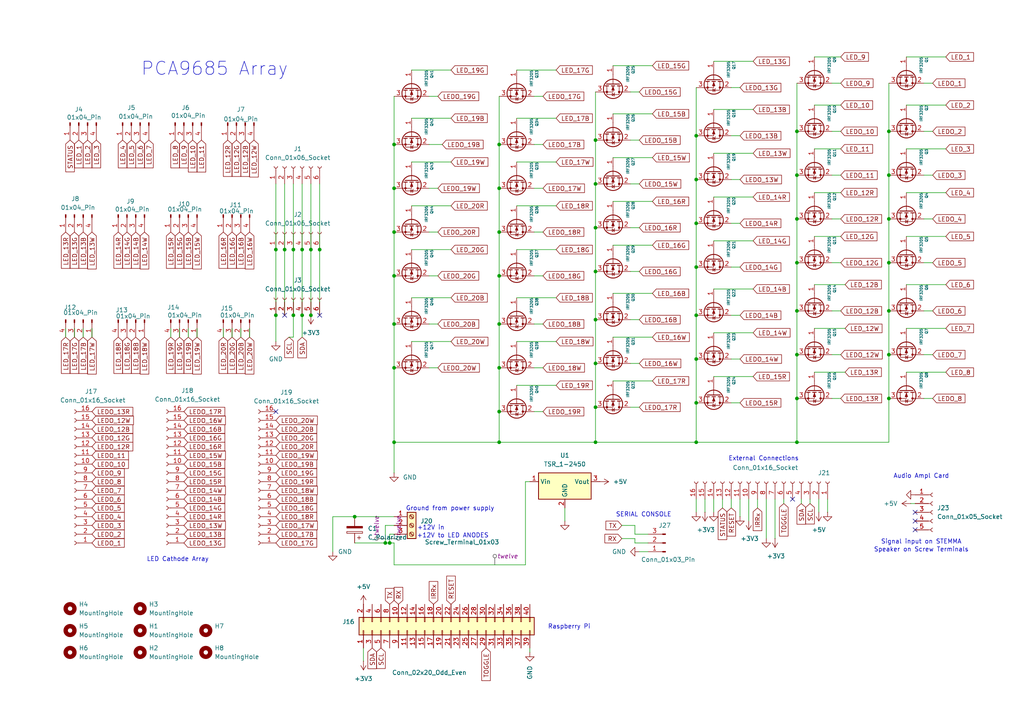
<source format=kicad_sch>
(kicad_sch (version 20231120) (generator "eeschema") (generator_version "8.0")
  (paper "A4")
  (junction (at 231.14 102.87))
  (junction (at 114.3 54.61))
  (junction (at 201.93 104.14))
  (junction (at 90.17 91.44))
  (junction (at 90.17 72.39))
  (junction (at 172.72 53.34))
  (junction (at 231.14 90.17))
  (junction (at 144.78 54.61))
  (junction (at 231.14 128.27))
  (junction (at 257.81 76.2))
  (junction (at 144.78 67.31))
  (junction (at 201.93 39.37))
  (junction (at 257.81 90.17))
  (junction (at 87.63 72.39))
  (junction (at 201.93 91.44))
  (junction (at 114.3 93.98))
  (junction (at 257.81 115.57))
  (junction (at 172.72 105.41))
  (junction (at 82.55 72.39))
  (junction (at 172.72 92.71))
  (junction (at 201.93 77.47))
  (junction (at 231.14 50.8))
  (junction (at 144.78 41.91))
  (junction (at 231.14 76.2))
  (junction (at 114.3 41.91))
  (junction (at 114.3 106.68))
  (junction (at 114.3 67.31))
  (junction (at 144.78 93.98))
  (junction (at 102.87 149.86))
  (junction (at 85.09 91.44))
  (junction (at 201.93 128.27))
  (junction (at 85.09 72.39))
  (junction (at 92.71 72.39))
  (junction (at 172.72 78.74))
  (junction (at 172.72 118.11))
  (junction (at 257.81 63.5))
  (junction (at 144.78 80.01))
  (junction (at 172.72 66.04))
  (junction (at 257.81 102.87))
  (junction (at 201.93 52.07))
  (junction (at 257.81 50.8))
  (junction (at 201.93 116.84))
  (junction (at 144.78 128.27))
  (junction (at 87.63 91.44))
  (junction (at 80.01 91.44))
  (junction (at 231.14 63.5))
  (junction (at 111.76 157.48))
  (junction (at 114.3 128.27))
  (junction (at 172.72 128.27))
  (junction (at 231.14 115.57))
  (junction (at 257.81 38.1))
  (junction (at 114.3 80.01))
  (junction (at 113.03 157.48))
  (junction (at 144.78 119.38))
  (junction (at 144.78 106.68))
  (junction (at 201.93 64.77))
  (junction (at 80.01 72.39))
  (junction (at 231.14 38.1))
  (junction (at 172.72 40.64))
  (no_connect (at 265.43 153.67))
  (no_connect (at 80.01 119.38))
  (no_connect (at 265.43 151.13))
  (no_connect (at 265.43 148.59))
  (no_connect (at 92.71 91.44))
  (no_connect (at 82.55 91.44))
  (no_connect (at 229.87 144.78))
  (wire (pts (xy 243.84 68.58) (xy 236.22 68.58)))
  (wire (pts (xy 219.71 144.78) (xy 219.71 147.32)))
  (wire (pts (xy 144.78 128.27) (xy 144.78 119.38)))
  (wire (pts (xy 207.01 144.78) (xy 207.01 148.59)))
  (wire (pts (xy 19.05 95.25) (xy 19.05 97.79)))
  (wire (pts (xy 209.55 144.78) (xy 209.55 147.32)))
  (wire (pts (xy 114.3 137.16) (xy 114.3 128.27)))
  (wire (pts (xy 152.4 163.83) (xy 114.3 163.83)))
  (wire (pts (xy 232.41 144.78) (xy 232.41 146.05)))
  (wire (pts (xy 21.59 95.25) (xy 21.59 97.79)))
  (wire (pts (xy 90.17 72.39) (xy 90.17 91.44)))
  (wire (pts (xy 212.09 116.84) (xy 214.63 116.84)))
  (wire (pts (xy 154.94 119.38) (xy 157.48 119.38)))
  (wire (pts (xy 218.44 109.22) (xy 207.01 109.22)))
  (wire (pts (xy 243.84 43.18) (xy 236.22 43.18)))
  (wire (pts (xy 161.29 111.76) (xy 149.86 111.76)))
  (wire (pts (xy 231.14 50.8) (xy 231.14 63.5)))
  (wire (pts (xy 161.29 72.39) (xy 149.86 72.39)))
  (wire (pts (xy 212.09 91.44) (xy 214.63 91.44)))
  (wire (pts (xy 218.44 17.78) (xy 207.01 17.78)))
  (wire (pts (xy 180.34 156.21) (xy 184.15 156.21)))
  (wire (pts (xy 144.78 106.68) (xy 144.78 119.38)))
  (wire (pts (xy 152.4 139.7) (xy 152.4 163.83)))
  (wire (pts (xy 201.93 128.27) (xy 172.72 128.27)))
  (wire (pts (xy 124.46 80.01) (xy 127 80.01)))
  (wire (pts (xy 130.81 46.99) (xy 119.38 46.99)))
  (wire (pts (xy 105.41 187.96) (xy 105.41 191.77)))
  (wire (pts (xy 144.78 27.94) (xy 144.78 41.91)))
  (wire (pts (xy 234.95 144.78) (xy 234.95 146.05)))
  (wire (pts (xy 83.82 97.79) (xy 85.09 97.79)))
  (wire (pts (xy 201.93 25.4) (xy 201.93 39.37)))
  (wire (pts (xy 113.03 157.48) (xy 114.3 157.48)))
  (wire (pts (xy 231.14 24.13) (xy 231.14 38.1)))
  (wire (pts (xy 267.97 24.13) (xy 270.51 24.13)))
  (wire (pts (xy 124.46 41.91) (xy 128.27 41.91)))
  (wire (pts (xy 154.94 54.61) (xy 157.48 54.61)))
  (wire (pts (xy 49.53 95.25) (xy 49.53 97.79)))
  (wire (pts (xy 201.93 52.07) (xy 201.93 64.77)))
  (wire (pts (xy 154.94 93.98) (xy 157.48 93.98)))
  (wire (pts (xy 85.09 53.34) (xy 85.09 72.39)))
  (wire (pts (xy 189.23 85.09) (xy 177.8 85.09)))
  (wire (pts (xy 144.78 80.01) (xy 144.78 93.98)))
  (wire (pts (xy 124.46 54.61) (xy 127 54.61)))
  (wire (pts (xy 267.97 90.17) (xy 270.51 90.17)))
  (wire (pts (xy 172.72 105.41) (xy 172.72 118.11)))
  (wire (pts (xy 241.3 63.5) (xy 243.84 63.5)))
  (wire (pts (xy 231.14 115.57) (xy 231.14 128.27)))
  (wire (pts (xy 161.29 59.69) (xy 149.86 59.69)))
  (wire (pts (xy 184.15 154.94) (xy 187.96 154.94)))
  (wire (pts (xy 114.3 128.27) (xy 144.78 128.27)))
  (wire (pts (xy 87.63 72.39) (xy 87.63 91.44)))
  (wire (pts (xy 189.23 110.49) (xy 177.8 110.49)))
  (wire (pts (xy 218.44 69.85) (xy 207.01 69.85)))
  (wire (pts (xy 274.32 95.25) (xy 262.89 95.25)))
  (wire (pts (xy 144.78 128.27) (xy 172.72 128.27)))
  (wire (pts (xy 80.01 53.34) (xy 80.01 72.39)))
  (wire (pts (xy 57.15 95.25) (xy 57.15 97.79)))
  (wire (pts (xy 182.88 40.64) (xy 185.42 40.64)))
  (wire (pts (xy 267.97 38.1) (xy 270.51 38.1)))
  (wire (pts (xy 144.78 93.98) (xy 144.78 106.68)))
  (wire (pts (xy 241.3 50.8) (xy 243.84 50.8)))
  (wire (pts (xy 26.67 95.25) (xy 26.67 97.79)))
  (wire (pts (xy 180.34 152.4) (xy 184.15 152.4)))
  (wire (pts (xy 90.17 53.34) (xy 90.17 72.39)))
  (wire (pts (xy 212.09 25.4) (xy 214.63 25.4)))
  (wire (pts (xy 267.97 102.87) (xy 270.51 102.87)))
  (wire (pts (xy 231.14 90.17) (xy 231.14 102.87)))
  (wire (pts (xy 172.72 26.67) (xy 172.72 40.64)))
  (wire (pts (xy 161.29 46.99) (xy 149.86 46.99)))
  (wire (pts (xy 212.09 39.37) (xy 214.63 39.37)))
  (wire (pts (xy 114.3 163.83) (xy 114.3 157.48)))
  (wire (pts (xy 124.46 67.31) (xy 127 67.31)))
  (wire (pts (xy 102.87 149.86) (xy 114.3 149.86)))
  (wire (pts (xy 69.85 95.25) (xy 69.85 97.79)))
  (wire (pts (xy 267.97 76.2) (xy 270.51 76.2)))
  (wire (pts (xy 113.03 154.94) (xy 113.03 157.48)))
  (wire (pts (xy 85.09 72.39) (xy 85.09 91.44)))
  (wire (pts (xy 161.29 20.32) (xy 149.86 20.32)))
  (wire (pts (xy 72.39 95.25) (xy 72.39 97.79)))
  (wire (pts (xy 241.3 24.13) (xy 243.84 24.13)))
  (wire (pts (xy 274.32 55.88) (xy 262.89 55.88)))
  (wire (pts (xy 124.46 27.94) (xy 127 27.94)))
  (wire (pts (xy 231.14 128.27) (xy 201.93 128.27)))
  (wire (pts (xy 154.94 80.01) (xy 157.48 80.01)))
  (wire (pts (xy 231.14 38.1) (xy 231.14 50.8)))
  (wire (pts (xy 182.88 105.41) (xy 185.42 105.41)))
  (wire (pts (xy 163.83 147.32) (xy 163.83 151.13)))
  (wire (pts (xy 114.3 67.31) (xy 114.3 80.01)))
  (wire (pts (xy 114.3 154.94) (xy 113.03 154.94)))
  (wire (pts (xy 274.32 82.55) (xy 262.89 82.55)))
  (wire (pts (xy 231.14 102.87) (xy 231.14 115.57)))
  (wire (pts (xy 201.93 91.44) (xy 201.93 104.14)))
  (wire (pts (xy 182.88 92.71) (xy 185.42 92.71)))
  (wire (pts (xy 257.81 90.17) (xy 257.81 102.87)))
  (wire (pts (xy 218.44 96.52) (xy 207.01 96.52)))
  (wire (pts (xy 241.3 102.87) (xy 243.84 102.87)))
  (wire (pts (xy 92.71 72.39) (xy 92.71 91.44)))
  (wire (pts (xy 245.11 95.25) (xy 236.22 95.25)))
  (wire (pts (xy 257.81 50.8) (xy 257.81 63.5)))
  (wire (pts (xy 243.84 55.88) (xy 236.22 55.88)))
  (wire (pts (xy 222.25 156.21) (xy 222.25 144.78)))
  (wire (pts (xy 189.23 97.79) (xy 177.8 97.79)))
  (wire (pts (xy 80.01 99.06) (xy 80.01 91.44)))
  (wire (pts (xy 189.23 45.72) (xy 177.8 45.72)))
  (wire (pts (xy 154.94 67.31) (xy 157.48 67.31)))
  (wire (pts (xy 114.3 93.98) (xy 114.3 106.68)))
  (wire (pts (xy 201.93 64.77) (xy 201.93 77.47)))
  (wire (pts (xy 241.3 38.1) (xy 243.84 38.1)))
  (wire (pts (xy 185.42 160.02) (xy 187.96 160.02)))
  (wire (pts (xy 111.76 157.48) (xy 113.03 157.48)))
  (wire (pts (xy 85.09 97.79) (xy 85.09 91.44)))
  (wire (pts (xy 189.23 71.12) (xy 177.8 71.12)))
  (wire (pts (xy 212.09 52.07) (xy 214.63 52.07)))
  (wire (pts (xy 201.93 39.37) (xy 201.93 52.07)))
  (wire (pts (xy 87.63 91.44) (xy 87.63 97.79)))
  (wire (pts (xy 130.81 59.69) (xy 119.38 59.69)))
  (wire (pts (xy 184.15 152.4) (xy 184.15 154.94)))
  (wire (pts (xy 212.09 144.78) (xy 212.09 147.32)))
  (wire (pts (xy 82.55 53.34) (xy 82.55 72.39)))
  (wire (pts (xy 182.88 78.74) (xy 185.42 78.74)))
  (wire (pts (xy 96.52 149.86) (xy 102.87 149.86)))
  (wire (pts (xy 267.97 50.8) (xy 270.51 50.8)))
  (wire (pts (xy 231.14 63.5) (xy 231.14 76.2)))
  (wire (pts (xy 182.88 118.11) (xy 185.42 118.11)))
  (wire (pts (xy 182.88 66.04) (xy 185.42 66.04)))
  (wire (pts (xy 274.32 30.48) (xy 262.89 30.48)))
  (wire (pts (xy 241.3 90.17) (xy 243.84 90.17)))
  (wire (pts (xy 218.44 44.45) (xy 207.01 44.45)))
  (wire (pts (xy 245.11 107.95) (xy 236.22 107.95)))
  (wire (pts (xy 144.78 67.31) (xy 144.78 80.01)))
  (wire (pts (xy 201.93 77.47) (xy 201.93 91.44)))
  (wire (pts (xy 184.15 156.21) (xy 184.15 157.48)))
  (wire (pts (xy 243.84 16.51) (xy 236.22 16.51)))
  (wire (pts (xy 189.23 33.02) (xy 177.8 33.02)))
  (wire (pts (xy 54.61 95.25) (xy 54.61 97.79)))
  (wire (pts (xy 267.97 63.5) (xy 270.51 63.5)))
  (wire (pts (xy 274.32 16.51) (xy 262.89 16.51)))
  (wire (pts (xy 182.88 26.67) (xy 185.42 26.67)))
  (wire (pts (xy 124.46 93.98) (xy 127 93.98)))
  (wire (pts (xy 182.88 53.34) (xy 185.42 53.34)))
  (wire (pts (xy 114.3 152.4) (xy 111.76 152.4)))
  (wire (pts (xy 80.01 72.39) (xy 80.01 91.44)))
  (wire (pts (xy 201.93 144.78) (xy 201.93 148.59)))
  (wire (pts (xy 124.46 106.68) (xy 127 106.68)))
  (wire (pts (xy 153.67 189.23) (xy 153.67 187.96)))
  (wire (pts (xy 102.87 157.48) (xy 111.76 157.48)))
  (wire (pts (xy 267.97 115.57) (xy 270.51 115.57)))
  (wire (pts (xy 67.31 95.25) (xy 67.31 97.79)))
  (wire (pts (xy 212.09 64.77) (xy 214.63 64.77)))
  (wire (pts (xy 231.14 76.2) (xy 231.14 90.17)))
  (wire (pts (xy 64.77 95.25) (xy 64.77 97.79)))
  (wire (pts (xy 161.29 34.29) (xy 149.86 34.29)))
  (wire (pts (xy 218.44 57.15) (xy 207.01 57.15)))
  (wire (pts (xy 87.63 53.34) (xy 87.63 72.39)))
  (wire (pts (xy 114.3 80.01) (xy 114.3 93.98)))
  (wire (pts (xy 114.3 41.91) (xy 114.3 54.61)))
  (wire (pts (xy 257.81 76.2) (xy 257.81 90.17)))
  (wire (pts (xy 154.94 27.94) (xy 157.48 27.94)))
  (wire (pts (xy 274.32 68.58) (xy 262.89 68.58)))
  (wire (pts (xy 245.11 82.55) (xy 236.22 82.55)))
  (wire (pts (xy 130.81 34.29) (xy 119.38 34.29)))
  (wire (pts (xy 130.81 99.06) (xy 119.38 99.06)))
  (wire (pts (xy 227.33 144.78) (xy 227.33 146.05)))
  (wire (pts (xy 154.94 41.91) (xy 157.48 41.91)))
  (wire (pts (xy 82.55 72.39) (xy 82.55 91.44)))
  (wire (pts (xy 257.81 128.27) (xy 231.14 128.27)))
  (wire (pts (xy 189.23 58.42) (xy 177.8 58.42)))
  (wire (pts (xy 24.13 95.25) (xy 24.13 97.79)))
  (wire (pts (xy 214.63 144.78) (xy 214.63 149.86)))
  (wire (pts (xy 144.78 54.61) (xy 144.78 67.31)))
  (wire (pts (xy 161.29 86.36) (xy 149.86 86.36)))
  (wire (pts (xy 217.17 144.78) (xy 217.17 151.13)))
  (wire (pts (xy 153.67 139.7) (xy 152.4 139.7)))
  (wire (pts (xy 172.72 40.64) (xy 172.72 53.34)))
  (wire (pts (xy 241.3 115.57) (xy 243.84 115.57)))
  (wire (pts (xy 201.93 104.14) (xy 201.93 116.84)))
  (wire (pts (xy 243.84 30.48) (xy 236.22 30.48)))
  (wire (pts (xy 218.44 31.75) (xy 207.01 31.75)))
  (wire (pts (xy 240.03 144.78) (xy 240.03 148.59)))
  (wire (pts (xy 241.3 76.2) (xy 243.84 76.2)))
  (wire (pts (xy 212.09 77.47) (xy 214.63 77.47)))
  (wire (pts (xy 172.72 78.74) (xy 172.72 92.71)))
  (wire (pts (xy 274.32 43.18) (xy 262.89 43.18)))
  (wire (pts (xy 92.71 53.34) (xy 92.71 72.39)))
  (wire (pts (xy 257.81 24.13) (xy 257.81 38.1)))
  (wire (pts (xy 96.52 160.02) (xy 96.52 149.86)))
  (wire (pts (xy 212.09 104.14) (xy 214.63 104.14)))
  (wire (pts (xy 264.16 146.05) (xy 265.43 146.05)))
  (wire (pts (xy 172.72 92.71) (xy 172.72 105.41)))
  (wire (pts (xy 201.93 116.84) (xy 201.93 128.27)))
  (wire (pts (xy 257.81 63.5) (xy 257.81 76.2)))
  (wire (pts (xy 114.3 106.68) (xy 114.3 128.27)))
  (wire (pts (xy 257.81 38.1) (xy 257.81 50.8)))
  (wire (pts (xy 154.94 106.68) (xy 157.48 106.68)))
  (wire (pts (xy 257.81 128.27) (xy 257.81 115.57)))
  (wire (pts (xy 189.23 19.05) (xy 177.8 19.05)))
  (wire (pts (xy 218.44 83.82) (xy 207.01 83.82)))
  (wire (pts (xy 172.72 66.04) (xy 172.72 78.74)))
  (wire (pts (xy 237.49 148.59) (xy 237.49 144.78)))
  (wire (pts (xy 184.15 157.48) (xy 187.96 157.48)))
  (wire (pts (xy 257.81 102.87) (xy 257.81 115.57)))
  (wire (pts (xy 52.07 95.25) (xy 52.07 97.79)))
  (wire (pts (xy 130.81 86.36) (xy 119.38 86.36)))
  (wire (pts (xy 262.89 107.95) (xy 274.32 107.95)))
  (wire (pts (xy 172.72 53.34) (xy 172.72 66.04)))
  (wire (pts (xy 114.3 54.61) (xy 114.3 67.31)))
  (wire (pts (xy 172.72 118.11) (xy 172.72 128.27)))
  (wire (pts (xy 204.47 144.78) (xy 204.47 148.59)))
  (wire (pts (xy 224.79 144.78) (xy 224.79 156.21)))
  (wire (pts (xy 130.81 20.32) (xy 119.38 20.32)))
  (wire (pts (xy 144.78 41.91) (xy 144.78 54.61)))
  (wire (pts (xy 111.76 152.4) (xy 111.76 157.48)))
  (wire (pts (xy 161.29 99.06) (xy 149.86 99.06)))
  (wire (pts (xy 130.81 72.39) (xy 119.38 72.39)))
  (wire (pts (xy 114.3 27.94) (xy 114.3 41.91)))
  (text "Ground from power supply" (at 130.556 147.574 0) (effects (font (size 1.27 1.27))))
  (text "+12V in" (at 124.968 153.162 0) (effects (font (size 1.27 1.27))))
  (text "Signal input on STEMMA" (at 267.208 157.226 0) (effects (font (size 1.27 1.27))))
  (text "+12V to LED ANODES" (at 131.318 155.448 0) (effects (font (size 1.27 1.27))))
  (text "PCA9685 Array" (at 62.23 20.066 0) (effects (font (size 3.81 3.81))))
  (text "External Connections" (at 221.488 133.096 0) (effects (font (size 1.27 1.27))))
  (text "Audio Ampl Card" (at 267.208 138.176 0) (effects (font (size 1.27 1.27))))
  (text "Speaker on Screw Terminals" (at 267.208 159.512 0) (effects (font (size 1.27 1.27))))
  (text "SERIAL CONSOLE" (at 186.69 149.352 0) (effects (font (size 1.27 1.27))))
  (text "LED Cathode Array" (at 51.562 162.306 0) (effects (font (size 1.27 1.27))))
  (text "Raspberry Pi" (at 165.1 181.864 0) (effects (font (size 1.27 1.27))))
  (global_label "SDA" (shape input) (at 232.41 146.05 270) (property "Intersheetrefs" "${INTERSHEET_REFS}" (effects (hide yes))))
  (global_label "SCL" (shape input) (at 234.95 146.05 270) (property "Intersheetrefs" "${INTERSHEET_REFS}" (effects (hide yes))))
  (global_label "LED_17R" (shape input) (at 189.23 110.49 0) (property "Intersheetrefs" "${INTERSHEET_REFS}" (effects (hide yes))))
  (global_label "RX" (shape input) (at 180.34 156.21 180) (property "Intersheetrefs" "${INTERSHEET_REFS}" (effects (hide yes))))
  (global_label "LEDO_8" (shape input) (at 270.51 115.57 0) (property "Intersheetrefs" "${INTERSHEET_REFS}" (effects (hide yes))))
  (global_label "LEDO_19G" (shape input) (at 127 27.94 0) (property "Intersheetrefs" "${INTERSHEET_REFS}" (effects (hide yes))))
  (global_label "LED_13R" (shape input) (at 245.11 107.95 0) (property "Intersheetrefs" "${INTERSHEET_REFS}" (effects (hide yes))))
  (global_label "LEDO_19R" (shape input) (at 157.48 119.38 0) (property "Intersheetrefs" "${INTERSHEET_REFS}" (effects (hide yes))))
  (global_label "LEDO_13W" (shape input) (at 53.34 152.4 0) (property "Intersheetrefs" "${INTERSHEET_REFS}" (effects (hide yes))))
  (global_label "LED_17R" (shape input) (at 19.05 97.79 270) (property "Intersheetrefs" "${INTERSHEET_REFS}" (effects (hide yes))))
  (global_label "LED_12G" (shape input) (at 243.84 68.58 0) (property "Intersheetrefs" "${INTERSHEET_REFS}" (effects (hide yes))))
  (global_label "LED_17B" (shape input) (at 161.29 34.29 0) (property "Intersheetrefs" "${INTERSHEET_REFS}" (effects (hide yes))))
  (global_label "LEDO_16R" (shape input) (at 185.42 66.04 0) (property "Intersheetrefs" "${INTERSHEET_REFS}" (effects (hide yes))))
  (global_label "LEDO_19W" (shape input) (at 80.01 132.08 0) (property "Intersheetrefs" "${INTERSHEET_REFS}" (effects (hide yes))))
  (global_label "LEDO_13R" (shape input) (at 26.67 119.38 0) (property "Intersheetrefs" "${INTERSHEET_REFS}" (effects (hide yes))))
  (global_label "LEDO_19W" (shape input) (at 127 54.61 0) (property "Intersheetrefs" "${INTERSHEET_REFS}" (effects (hide yes))))
  (global_label "LED_19G" (shape input) (at 52.07 97.79 270) (property "Intersheetrefs" "${INTERSHEET_REFS}" (effects (hide yes))))
  (global_label "LEDO_14R" (shape input) (at 53.34 149.86 0) (property "Intersheetrefs" "${INTERSHEET_REFS}" (effects (hide yes))))
  (global_label "LEDO_13R" (shape input) (at 243.84 115.57 0) (property "Intersheetrefs" "${INTERSHEET_REFS}" (effects (hide yes))))
  (global_label "RESET" (shape input) (at 212.09 147.32 270) (property "Intersheetrefs" "${INTERSHEET_REFS}" (effects (hide yes))))
  (global_label "LED_15W" (shape input) (at 189.23 45.72 0) (property "Intersheetrefs" "${INTERSHEET_REFS}" (effects (hide yes))))
  (global_label "LEDO_6" (shape input) (at 26.67 144.78 0) (property "Intersheetrefs" "${INTERSHEET_REFS}" (effects (hide yes))))
  (global_label "LED_4" (shape input) (at 274.32 55.88 0) (property "Intersheetrefs" "${INTERSHEET_REFS}" (effects (hide yes))))
  (global_label "LEDO_20G" (shape input) (at 127 80.01 0) (property "Intersheetrefs" "${INTERSHEET_REFS}" (effects (hide yes))))
  (global_label "LED_3" (shape input) (at 27.94 40.64 270) (property "Intersheetrefs" "${INTERSHEET_REFS}" (effects (hide yes))))
  (global_label "LEDO_16W" (shape input) (at 185.42 105.41 0) (property "Intersheetrefs" "${INTERSHEET_REFS}" (effects (hide yes))))
  (global_label "LEDO_15G" (shape input) (at 53.34 137.16 0) (property "Intersheetrefs" "${INTERSHEET_REFS}" (effects (hide yes))))
  (global_label "IRRx" (shape input) (at 125.73 175.26 90) (property "Intersheetrefs" "${INTERSHEET_REFS}" (effects (hide yes))))
  (global_label "LED_12B" (shape input) (at 71.12 40.64 270) (property "Intersheetrefs" "${INTERSHEET_REFS}" (effects (hide yes))))
  (global_label "LED_13G" (shape input) (at 21.59 67.31 270) (property "Intersheetrefs" "${INTERSHEET_REFS}" (effects (hide yes))))
  (global_label "LED_13B" (shape input) (at 218.44 31.75 0) (property "Intersheetrefs" "${INTERSHEET_REFS}" (effects (hide yes))))
  (global_label "LEDO_12B" (shape input) (at 26.67 124.46 0) (property "Intersheetrefs" "${INTERSHEET_REFS}" (effects (hide yes))))
  (global_label "LEDO_9" (shape input) (at 26.67 137.16 0) (property "Intersheetrefs" "${INTERSHEET_REFS}" (effects (hide yes))))
  (global_label "LEDO_3" (shape input) (at 26.67 152.4 0) (property "Intersheetrefs" "${INTERSHEET_REFS}" (effects (hide yes))))
  (global_label "LEDO_17R" (shape input) (at 53.34 119.38 0) (property "Intersheetrefs" "${INTERSHEET_REFS}" (effects (hide yes))))
  (global_label "SDA" (shape input) (at 87.63 97.79 270) (property "Intersheetrefs" "${INTERSHEET_REFS}" (effects (hide yes))))
  (global_label "LEDO_17B" (shape input) (at 80.01 154.94 0) (property "Intersheetrefs" "${INTERSHEET_REFS}" (effects (hide yes))))
  (global_label "LED_18W" (shape input) (at 41.91 97.79 270) (property "Intersheetrefs" "${INTERSHEET_REFS}" (effects (hide yes))))
  (global_label "STATUS" (shape input) (at 20.32 40.64 270) (property "Intersheetrefs" "${INTERSHEET_REFS}" (effects (hide yes))))
  (global_label "LEDO_14B" (shape input) (at 53.34 144.78 0) (property "Intersheetrefs" "${INTERSHEET_REFS}" (effects (hide yes))))
  (global_label "LED_9" (shape input) (at 243.84 16.51 0) (property "Intersheetrefs" "${INTERSHEET_REFS}" (effects (hide yes))))
  (global_label "LED_15B" (shape input) (at 189.23 33.02 0) (property "Intersheetrefs" "${INTERSHEET_REFS}" (effects (hide yes))))
  (global_label "LEDO_17B" (shape input) (at 157.48 41.91 0) (property "Intersheetrefs" "${INTERSHEET_REFS}" (effects (hide yes))))
  (global_label "LEDO_1" (shape input) (at 270.51 24.13 0) (property "Intersheetrefs" "${INTERSHEET_REFS}" (effects (hide yes))))
  (global_label "LED_1" (shape input) (at 22.86 40.64 270) (property "Intersheetrefs" "${INTERSHEET_REFS}" (effects (hide yes))))
  (global_label "LEDO_4" (shape input) (at 26.67 149.86 0) (property "Intersheetrefs" "${INTERSHEET_REFS}" (effects (hide yes))))
  (global_label "SCL" (shape input) (at 83.82 97.79 270) (property "Intersheetrefs" "${INTERSHEET_REFS}" (effects (hide yes))))
  (global_label "LED_16G" (shape input) (at 189.23 71.12 0) (property "Intersheetrefs" "${INTERSHEET_REFS}" (effects (hide yes))))
  (global_label "LEDO_20G" (shape input) (at 80.01 127 0) (property "Intersheetrefs" "${INTERSHEET_REFS}" (effects (hide yes))))
  (global_label "LEDO_18W" (shape input) (at 157.48 106.68 0) (property "Intersheetrefs" "${INTERSHEET_REFS}" (effects (hide yes))))
  (global_label "LED_16G" (shape input) (at 67.31 67.31 270) (property "Intersheetrefs" "${INTERSHEET_REFS}" (effects (hide yes))))
  (global_label "LED_6" (shape input) (at 274.32 82.55 0) (property "Intersheetrefs" "${INTERSHEET_REFS}" (effects (hide yes))))
  (global_label "LEDO_18G" (shape input) (at 80.01 147.32 0) (property "Intersheetrefs" "${INTERSHEET_REFS}" (effects (hide yes))))
  (global_label "LEDO_20B" (shape input) (at 127 93.98 0) (property "Intersheetrefs" "${INTERSHEET_REFS}" (effects (hide yes))))
  (global_label "LEDO_13G" (shape input) (at 214.63 25.4 0) (property "Intersheetrefs" "${INTERSHEET_REFS}" (effects (hide yes))))
  (global_label "LEDO_16B" (shape input) (at 53.34 124.46 0) (property "Intersheetrefs" "${INTERSHEET_REFS}" (effects (hide yes))))
  (global_label "LEDO_16W" (shape input) (at 53.34 121.92 0) (property "Intersheetrefs" "${INTERSHEET_REFS}" (effects (hide yes))))
  (global_label "LEDO_19B" (shape input) (at 128.27 41.91 0) (property "Intersheetrefs" "${INTERSHEET_REFS}" (effects (hide yes))))
  (global_label "LEDO_12G" (shape input) (at 26.67 127 0) (property "Intersheetrefs" "${INTERSHEET_REFS}" (effects (hide yes))))
  (global_label "LEDO_8" (shape input) (at 26.67 139.7 0) (property "Intersheetrefs" "${INTERSHEET_REFS}" (effects (hide yes))))
  (global_label "LED_11" (shape input) (at 58.42 40.64 270) (property "Intersheetrefs" "${INTERSHEET_REFS}" (effects (hide yes))))
  (global_label "LED_18G" (shape input) (at 36.83 97.79 270) (property "Intersheetrefs" "${INTERSHEET_REFS}" (effects (hide yes))))
  (global_label "LED_12G" (shape input) (at 68.58 40.64 270) (property "Intersheetrefs" "${INTERSHEET_REFS}" (effects (hide yes))))
  (global_label "LEDO_13B" (shape input) (at 53.34 154.94 0) (property "Intersheetrefs" "${INTERSHEET_REFS}" (effects (hide yes))))
  (global_label "TX" (shape input) (at 113.03 175.26 90) (property "Intersheetrefs" "${INTERSHEET_REFS}" (effects (hide yes))))
  (global_label "LED_1" (shape input) (at 274.32 16.51 0) (property "Intersheetrefs" "${INTERSHEET_REFS}" (effects (hide yes))))
  (global_label "LEDO_13G" (shape input) (at 53.34 157.48 0) (property "Intersheetrefs" "${INTERSHEET_REFS}" (effects (hide yes))))
  (global_label "LEDO_15B" (shape input) (at 53.34 134.62 0) (property "Intersheetrefs" "${INTERSHEET_REFS}" (effects (hide yes))))
  (global_label "LEDO_19R" (shape input) (at 80.01 139.7 0) (property "Intersheetrefs" "${INTERSHEET_REFS}" (effects (hide yes))))
  (global_label "LED_6" (shape input) (at 40.64 40.64 270) (property "Intersheetrefs" "${INTERSHEET_REFS}" (effects (hide yes))))
  (global_label "LED_14W" (shape input) (at 218.44 96.52 0) (property "Intersheetrefs" "${INTERSHEET_REFS}" (effects (hide yes))))
  (global_label "LEDO_18R" (shape input) (at 80.01 149.86 0) (property "Intersheetrefs" "${INTERSHEET_REFS}" (effects (hide yes))))
  (global_label "LED_15R" (shape input) (at 218.44 109.22 0) (property "Intersheetrefs" "${INTERSHEET_REFS}" (effects (hide yes))))
  (global_label "LEDO_7" (shape input) (at 270.51 102.87 0) (property "Intersheetrefs" "${INTERSHEET_REFS}" (effects (hide yes))))
  (global_label "LEDO_18G" (shape input) (at 157.48 80.01 0) (property "Intersheetrefs" "${INTERSHEET_REFS}" (effects (hide yes))))
  (global_label "LEDO_5" (shape input) (at 270.51 76.2 0) (property "Intersheetrefs" "${INTERSHEET_REFS}" (effects (hide yes))))
  (global_label "TOGGLE" (shape input) (at 140.97 187.96 270) (property "Intersheetrefs" "${INTERSHEET_REFS}" (effects (hide yes))))
  (global_label "LED_10" (shape input) (at 55.88 40.64 270) (property "Intersheetrefs" "${INTERSHEET_REFS}" (effects (hide yes))))
  (global_label "LED_17G" (shape input) (at 161.29 20.32 0) (property "Intersheetrefs" "${INTERSHEET_REFS}" (effects (hide yes))))
  (global_label "LEDO_17G" (shape input) (at 157.48 27.94 0) (property "Intersheetrefs" "${INTERSHEET_REFS}" (effects (hide yes))))
  (global_label "LEDO_20B" (shape input) (at 80.01 124.46 0) (property "Intersheetrefs" "${INTERSHEET_REFS}" (effects (hide yes))))
  (global_label "LEDO_15G" (shape input) (at 185.42 26.67 0) (property "Intersheetrefs" "${INTERSHEET_REFS}" (effects (hide yes))))
  (global_label "LED_19R" (shape input) (at 161.29 111.76 0) (property "Intersheetrefs" "${INTERSHEET_REFS}" (effects (hide yes))))
  (global_label "LEDO_17R" (shape input) (at 185.42 118.11 0) (property "Intersheetrefs" "${INTERSHEET_REFS}" (effects (hide yes))))
  (global_label "LED_19B" (shape input) (at 130.81 34.29 0) (property "Intersheetrefs" "${INTERSHEET_REFS}" (effects (hide yes))))
  (global_label "LEDO_12G" (shape input) (at 243.84 76.2 0) (property "Intersheetrefs" "${INTERSHEET_REFS}" (effects (hide yes))))
  (global_label "LED_19W" (shape input) (at 57.15 97.79 270) (property "Intersheetrefs" "${INTERSHEET_REFS}" (effects (hide yes))))
  (global_label "LED_7" (shape input) (at 274.32 95.25 0) (property "Intersheetrefs" "${INTERSHEET_REFS}" (effects (hide yes))))
  (global_label "LEDO_10" (shape input) (at 26.67 134.62 0) (property "Intersheetrefs" "${INTERSHEET_REFS}" (effects (hide yes))))
  (global_label "LEDO_16R" (shape input) (at 53.34 129.54 0) (property "Intersheetrefs" "${INTERSHEET_REFS}" (effects (hide yes))))
  (global_label "LEDO_10" (shape input) (at 243.84 38.1 0) (property "Intersheetrefs" "${INTERSHEET_REFS}" (effects (hide yes))))
  (global_label "LEDO_15R" (shape input) (at 214.63 116.84 0) (property "Intersheetrefs" "${INTERSHEET_REFS}" (effects (hide yes))))
  (global_label "LED_12B" (shape input) (at 245.11 82.55 0) (property "Intersheetrefs" "${INTERSHEET_REFS}" (effects (hide yes))))
  (global_label "LED_20W" (shape input) (at 130.81 99.06 0) (property "Intersheetrefs" "${INTERSHEET_REFS}" (effects (hide yes))))
  (global_label "LEDO_12W" (shape input) (at 243.84 102.87 0) (property "Intersheetrefs" "${INTERSHEET_REFS}" (effects (hide yes))))
  (global_label "LED_5" (shape input) (at 274.32 68.58 0) (property "Intersheetrefs" "${INTERSHEET_REFS}" (effects (hide yes))))
  (global_label "SDA" (shape input) (at 107.95 187.96 270) (property "Intersheetrefs" "${INTERSHEET_REFS}" (effects (hide yes))))
  (global_label "LED_13W" (shape input) (at 218.44 44.45 0) (property "Intersheetrefs" "${INTERSHEET_REFS}" (effects (hide yes))))
  (global_label "LED_16B" (shape input) (at 189.23 85.09 0) (property "Intersheetrefs" "${INTERSHEET_REFS}" (effects (hide yes))))
  (global_label "LEDO_2" (shape input) (at 26.67 154.94 0) (property "Intersheetrefs" "${INTERSHEET_REFS}" (effects (hide yes))))
  (global_label "LED_3" (shape input) (at 274.32 43.18 0) (property "Intersheetrefs" "${INTERSHEET_REFS}" (effects (hide yes))))
  (global_label "LED_8" (shape input) (at 274.32 107.95 0) (property "Intersheetrefs" "${INTERSHEET_REFS}" (effects (hide yes))))
  (global_label "LEDO_20W" (shape input) (at 127 106.68 0) (property "Intersheetrefs" "${INTERSHEET_REFS}" (effects (hide yes))))
  (global_label "STATUS" (shape input) (at 209.55 147.32 270) (property "Intersheetrefs" "${INTERSHEET_REFS}" (effects (hide yes))))
  (global_label "LEDO_14G" (shape input) (at 53.34 147.32 0) (property "Intersheetrefs" "${INTERSHEET_REFS}" (effects (hide yes))))
  (global_label "LED_20G" (shape input) (at 67.31 97.79 270) (property "Intersheetrefs" "${INTERSHEET_REFS}" (effects (hide yes))))
  (global_label "LEDO_2" (shape input) (at 270.51 38.1 0) (property "Intersheetrefs" "${INTERSHEET_REFS}" (effects (hide yes))))
  (global_label "LEDO_16G" (shape input) (at 185.42 78.74 0) (property "Intersheetrefs" "${INTERSHEET_REFS}" (effects (hide yes))))
  (global_label "LED_12W" (shape input) (at 245.11 95.25 0) (property "Intersheetrefs" "${INTERSHEET_REFS}" (effects (hide yes))))
  (global_label "RX" (shape input) (at 115.57 175.26 90) (property "Intersheetrefs" "${INTERSHEET_REFS}" (effects (hide yes))))
  (global_label "LEDO_3" (shape input) (at 270.51 50.8 0) (property "Intersheetrefs" "${INTERSHEET_REFS}" (effects (hide yes))))
  (global_label "LED_16W" (shape input) (at 189.23 97.79 0) (property "Intersheetrefs" "${INTERSHEET_REFS}" (effects (hide yes))))
  (global_label "LED_18R" (shape input) (at 161.29 59.69 0) (property "Intersheetrefs" "${INTERSHEET_REFS}" (effects (hide yes))))
  (global_label "LED_19B" (shape input) (at 54.61 97.79 270) (property "Intersheetrefs" "${INTERSHEET_REFS}" (effects (hide yes))))
  (global_label "LED_15G" (shape input) (at 52.07 67.31 270) (property "Intersheetrefs" "${INTERSHEET_REFS}" (effects (hide yes))))
  (global_label "LED_14B" (shape input) (at 218.44 83.82 0) (property "Intersheetrefs" "${INTERSHEET_REFS}" (effects (hide yes))))
  (global_label "LED_15W" (shape input) (at 57.15 67.31 270) (property "Intersheetrefs" "${INTERSHEET_REFS}" (effects (hide yes))))
  (global_label "LEDO_9" (shape input) (at 243.84 24.13 0) (property "Intersheetrefs" "${INTERSHEET_REFS}" (effects (hide yes))))
  (global_label "LED_20W" (shape input) (at 72.39 97.79 270) (property "Intersheetrefs" "${INTERSHEET_REFS}" (effects (hide yes))))
  (global_label "LED_14G" (shape input) (at 36.83 67.31 270) (property "Intersheetrefs" "${INTERSHEET_REFS}" (effects (hide yes))))
  (global_label "LEDO_18B" (shape input) (at 157.48 93.98 0) (property "Intersheetrefs" "${INTERSHEET_REFS}" (effects (hide yes))))
  (global_label "LEDO_1" (shape input) (at 26.67 157.48 0) (property "Intersheetrefs" "${INTERSHEET_REFS}" (effects (hide yes))))
  (global_label "TOGGLE" (shape input) (at 227.33 146.05 270) (property "Intersheetrefs" "${INTERSHEET_REFS}" (effects (hide yes))))
  (global_label "LED_16R" (shape input) (at 189.23 58.42 0) (property "Intersheetrefs" "${INTERSHEET_REFS}" (effects (hide yes))))
  (global_label "LED_17G" (shape input) (at 21.59 97.79 270) (property "Intersheetrefs" "${INTERSHEET_REFS}" (effects (hide yes))))
  (global_label "LEDO_15W" (shape input) (at 53.34 132.08 0) (property "Intersheetrefs" "${INTERSHEET_REFS}" (effects (hide yes))))
  (global_label "LED_13R" (shape input) (at 19.05 67.31 270) (property "Intersheetrefs" "${INTERSHEET_REFS}" (effects (hide yes))))
  (global_label "LEDO_12R" (shape input) (at 26.67 129.54 0) (property "Intersheetrefs" "${INTERSHEET_REFS}" (effects (hide yes))))
  (global_label "LEDO_17W" (shape input) (at 157.48 54.61 0) (property "Intersheetrefs" "${INTERSHEET_REFS}" (effects (hide yes))))
  (global_label "LEDO_12W" (shape input) (at 26.67 121.92 0) (property "Intersheetrefs" "${INTERSHEET_REFS}" (effects (hide yes))))
  (global_label "LED_7" (shape input) (at 43.18 40.64 270) (property "Intersheetrefs" "${INTERSHEET_REFS}" (effects (hide yes))))
  (global_label "LEDO_14W" (shape input) (at 214.63 104.14 0) (property "Intersheetrefs" "${INTERSHEET_REFS}" (effects (hide yes))))
  (global_label "LED_18G" (shape input) (at 161.29 72.39 0) (property "Intersheetrefs" "${INTERSHEET_REFS}" (effects (hide yes))))
  (global_label "LED_18R" (shape input) (at 34.29 97.79 270) (property "Intersheetrefs" "${INTERSHEET_REFS}" (effects (hide yes))))
  (global_label "LEDO_18B" (shape input) (at 80.01 144.78 0) (property "Intersheetrefs" "${INTERSHEET_REFS}" (effects (hide yes))))
  (global_label "LEDO_13W" (shape input) (at 214.63 52.07 0) (property "Intersheetrefs" "${INTERSHEET_REFS}" (effects (hide yes))))
  (global_label "LEDO_18R" (shape input) (at 157.48 67.31 0) (property "Intersheetrefs" "${INTERSHEET_REFS}" (effects (hide yes))))
  (global_label "IRRx" (shape input) (at 219.71 147.32 270) (property "Intersheetrefs" "${INTERSHEET_REFS}" (effects (hide yes))))
  (global_label "LED_5" (shape input) (at 38.1 40.64 270) (property "Intersheetrefs" "${INTERSHEET_REFS}" (effects (hide yes))))
  (global_label "LEDO_17W" (shape input) (at 80.01 152.4 0) (property "Intersheetrefs" "${INTERSHEET_REFS}" (effects (hide yes))))
  (global_label "LED_12W" (shape input) (at 73.66 40.64 270) (property "Intersheetrefs" "${INTERSHEET_REFS}" (effects (hide yes))))
  (global_label "LED_15R" (shape input) (at 49.53 67.31 270) (property "Intersheetrefs" "${INTERSHEET_REFS}" (effects (hide yes))))
  (global_label "LEDO_11" (shape input) (at 243.84 50.8 0) (property "Intersheetrefs" "${INTERSHEET_REFS}" (effects (hide yes))))
  (global_label "LEDO_6" (shape input) (at 270.51 90.17 0) (property "Intersheetrefs" "${INTERSHEET_REFS}" (effects (hide yes))))
  (global_label "LED_8" (shape input) (at 50.8 40.64 270) (property "Intersheetrefs" "${INTERSHEET_REFS}" (effects (hide yes))))
  (global_label "LED_16W" (shape input) (at 72.39 67.31 270) (property "Intersheetrefs" "${INTERSHEET_REFS}" (effects (hide yes))))
  (global_label "LED_15G" (shape input) (at 189.23 19.05 0) (property "Intersheetrefs" "${INTERSHEET_REFS}" (effects (hide yes))))
  (global_label "LED_20G" (shape input) (at 130.81 72.39 0) (property "Intersheetrefs" "${INTERSHEET_REFS}" (effects (hide yes))))
  (global_label "LED_11" (shape input) (at 243.84 43.18 0) (property "Intersheetrefs" "${INTERSHEET_REFS}" (effects (hide yes))))
  (global_label "LED_2" (shape input) (at 25.4 40.64 270) (property "Intersheetrefs" "${INTERSHEET_REFS}" (effects (hide yes))))
  (global_label "LEDO_15W" (shape input) (at 185.42 53.34 0) (property "Intersheetrefs" "${INTERSHEET_REFS}" (effects (hide yes))))
  (global_label "LED_15B" (shape input) (at 54.61 67.31 270) (property "Intersheetrefs" "${INTERSHEET_REFS}" (effects (hide yes))))
  (global_label "LED_17W" (shape input) (at 26.67 97.79 270) (property "Intersheetrefs" "${INTERSHEET_REFS}" (effects (hide yes))))
  (global_label "LED_14B" (shape input) (at 39.37 67.31 270) (property "Intersheetrefs" "${INTERSHEET_REFS}" (effects (hide yes))))
  (global_label "LED_20R" (shape input) (at 64.77 97.79 270) (property "Intersheetrefs" "${INTERSHEET_REFS}" (effects (hide yes))))
  (global_label "LEDO_7" (shape input) (at 26.67 142.24 0) (property "Intersheetrefs" "${INTERSHEET_REFS}" (effects (hide yes))))
  (global_label "LED_18W" (shape input) (at 161.29 99.06 0) (property "Intersheetrefs" "${INTERSHEET_REFS}" (effects (hide yes))))
  (global_label "LED_20B" (shape input) (at 130.81 86.36 0) (property "Intersheetrefs" "${INTERSHEET_REFS}" (effects (hide yes))))
  (global_label "LED_16B" (shape input) (at 69.85 67.31 270) (property "Intersheetrefs" "${INTERSHEET_REFS}" (effects (hide yes))))
  (global_label "LED_13W" (shape input) (at 26.67 67.31 270) (property "Intersheetrefs" "${INTERSHEET_REFS}" (effects (hide yes))))
  (global_label "LED_16R" (shape input) (at 64.77 67.31 270) (property "Intersheetrefs" "${INTERSHEET_REFS}" (effects (hide yes))))
  (global_label "LEDO_11" (shape input) (at 26.67 132.08 0) (property "Intersheetrefs" "${INTERSHEET_REFS}" (effects (hide yes))))
  (global_label "LED_10" (shape input) (at 243.84 30.48 0) (property "Intersheetrefs" "${INTERSHEET_REFS}" (effects (hide yes))))
  (global_label "LED_4" (shape input) (at 35.56 40.64 270) (property "Intersheetrefs" "${INTERSHEET_REFS}" (effects (hide yes))))
  (global_label "LED_17B" (shape input) (at 24.13 97.79 270) (property "Intersheetrefs" "${INTERSHEET_REFS}" (effects (hide yes))))
  (global_label "LEDO_20R" (shape input) (at 127 67.31 0) (property "Intersheetrefs" "${INTERSHEET_REFS}" (effects (hide yes))))
  (global_label "LEDO_15B" (shape input) (at 185.42 40.64 0) (property "Intersheetrefs" "${INTERSHEET_REFS}" (effects (hide yes))))
  (global_label "LEDO_18W" (shape input) (at 80.01 142.24 0) (property "Intersheetrefs" "${INTERSHEET_REFS}" (effects (hide yes))))
  (global_label "LED_20R" (shape input) (at 130.81 59.69 0) (property "Intersheetrefs" "${INTERSHEET_REFS}" (effects (hide yes))))
  (global_label "LED_12R" (shape input) (at 66.04 40.64 270) (property "Intersheetrefs" "${INTERSHEET_REFS}" (effects (hide yes))))
  (global_label "LED_14W" (shape input) (at 41.91 67.31 270) (property "Intersheetrefs" "${INTERSHEET_REFS}" (effects (hide yes))))
  (global_label "LEDO_14G" (shape input) (at 214.63 77.47 0) (property "Intersheetrefs" "${INTERSHEET_REFS}" (effects (hide yes))))
  (global_label "LEDO_14R" (shape input) (at 214.63 64.77 0) (property "Intersheetrefs" "${INTERSHEET_REFS}" (effects (hide yes))))
  (global_label "LED_14R" (shape input) (at 34.29 67.31 270) (property "Intersheetrefs" "${INTERSHEET_REFS}" (effects (hide yes))))
  (global_label "LED_17W" (shape input) (at 161.29 46.99 0) (property "Intersheetrefs" "${INTERSHEET_REFS}" (effects (hide yes))))
  (global_label "LEDO_20R" (shape input) (at 80.01 129.54 0) (property "Intersheetrefs" "${INTERSHEET_REFS}" (effects (hide yes))))
  (global_label "LEDO_17G" (shape input) (at 80.01 157.48 0) (property "Intersheetrefs" "${INTERSHEET_REFS}" (effects (hide yes))))
  (global_label "LED_2" (shape input) (at 274.32 30.48 0) (property "Intersheetrefs" "${INTERSHEET_REFS}" (effects (hide yes))))
  (global_label "LEDO_12B" (shape input) (at 243.84 90.17 0) (property "Intersheetrefs" "${INTERSHEET_REFS}" (effects (hide yes))))
  (global_label "LED_14R" (shape input) (at 218.44 57.15 0) (property "Intersheetrefs" "${INTERSHEET_REFS}" (effects (hide yes))))
  (global_label "LED_12R" (shape input) (at 243.84 55.88 0) (property "Intersheetrefs" "${INTERSHEET_REFS}" (effects (hide yes))))
  (global_label "LED_19R" (shape input) (at 49.53 97.79 270) (property "Intersheetrefs" "${INTERSHEET_REFS}" (effects (hide yes))))
  (global_label "LEDO_19B" (shape input) (at 80.01 134.62 0) (property "Intersheetrefs" "${INTERSHEET_REFS}" (effects (hide yes))))
  (global_label "LEDO_19G" (shape input) (at 80.01 137.16 0) (property "Intersheetrefs" "${INTERSHEET_REFS}" (effects (hide yes))))
  (global_label "LED_19W" (shape input) (at 130.81 46.99 0) (property "Intersheetrefs" "${INTERSHEET_REFS}" (effects (hide yes))))
  (global_label "LED_19G" (shape input) (at 130.81 20.32 0) (property "Intersheetrefs" "${INTERSHEET_REFS}" (effects (hide yes))))
  (global_label "LED_14G" (shape input) (at 218.44 69.85 0) (property "Intersheetrefs" "${INTERSHEET_REFS}" (effects (hide yes))))
  (global_label "SCL" (shape input) (at 110.49 187.96 270) (property "Intersheetrefs" "${INTERSHEET_REFS}" (effects (hide yes))))
  (global_label "LED_20B" (shape input) (at 69.85 97.79 270) (property "Intersheetrefs" "${INTERSHEET_REFS}" (effects (hide yes))))
  (global_label "LEDO_14B" (shape input) (at 214.63 91.44 0) (property "Intersheetrefs" "${INTERSHEET_REFS}" (effects (hide yes))))
  (global_label "LEDO_15R" (shape input) (at 53.34 139.7 0) (property "Intersheetrefs" "${INTERSHEET_REFS}" (effects (hide yes))))
  (global_label "LEDO_20W" (shape input) (at 80.01 121.92 0) (property "Intersheetrefs" "${INTERSHEET_REFS}" (effects (hide yes))))
  (global_label "LED_13G" (shape input) (at 218.44 17.78 0) (property "Intersheetrefs" "${INTERSHEET_REFS}" (effects (hide yes))))
  (global_label "TX" (shape input) (at 180.34 152.4 180) (property "Intersheetrefs" "${INTERSHEET_REFS}" (effects (hide yes))))
  (global_label "LEDO_13B" (shape input) (at 214.63 39.37 0) (property "Intersheetrefs" "${INTERSHEET_REFS}" (effects (hide yes))))
  (global_label "LEDO_14W" (shape input) (at 53.34 142.24 0) (property "Intersheetrefs" "${INTERSHEET_REFS}" (effects (hide yes))))
  (global_label "LED_18B" (shape input) (at 39.37 97.79 270) (property "Intersheetrefs" "${INTERSHEET_REFS}" (effects (hide yes))))
  (global_label "LEDO_4" (shape input) (at 270.51 63.5 0) (property "Intersheetrefs" "${INTERSHEET_REFS}" (effects (hide yes))))
  (global_label "LEDO_12R" (shape input) (at 243.84 63.5 0) (property "Intersheetrefs" "${INTERSHEET_REFS}" (effects (hide yes))))
  (global_label "LED_13B" (shape input) (at 24.13 67.31 270) (property "Intersheetrefs" "${INTERSHEET_REFS}" (effects (hide yes))))
  (global_label "RESET" (shape input) (at 130.81 175.26 90) (property "Intersheetrefs" "${INTERSHEET_REFS}" (effects (hide yes))))
  (global_label "LED_9" (shape input) (at 53.34 40.64 270) (property "Intersheetrefs" "${INTERSHEET_REFS}" (effects (hide yes))))
  (global_label "LEDO_16G" (shape input) (at 53.34 127 0) (property "Intersheetrefs" "${INTERSHEET_REFS}" (effects (hide yes))))
  (global_label "LEDO_5" (shape input) (at 26.67 147.32 0) (property "Intersheetrefs" "${INTERSHEET_REFS}" (effects (hide yes))))
  (global_label "LEDO_16B" (shape input) (at 185.42 92.71 0) (property "Intersheetrefs" "${INTERSHEET_REFS}" (effects (hide yes))))
  (global_label "LED_18B" (shape input) (at 161.29 86.36 0) (property "Intersheetrefs" "${INTERSHEET_REFS}" (effects (hide yes))))
  (netclass_flag "" (length 2.54) (shape round) (at 143.51 163.83 0) (property "Netclass" "twelve" (at 144.2085 161.29 0) (effects (font (italic yes)) (justify left))))
  (netclass_flag "" (length 2.54) (shape round) (at 113.03 156.21 270) (property "Netclass" "twelve" (at 115.57 155.5115 90) (effects (font (italic yes)) (justify left))))
  (netclass_flag "" (length 2.54) (shape round) (at 111.76 156.21 90) (property "Netclass" "twelve" (at 109.22 155.5115 90) (effects (font (italic yes)) (justify left))))
  (symbol (lib_id "power:+5V") (at 237.49 148.59 180) (unit 1)
    (property "Reference" "#PWR011" (effects (hide yes)))
    (property "Value" "+5V" (at 237.49 153.67 0))
    (property "Description" "Power symbol creates a global label with name \"+5V\"" (effects (hide yes)))
  )
  (symbol (lib_id "Connector:Conn_01x04_Pin") (at 67.31 62.23 90) (mirror x) (unit 1)
    (property "Reference" "J11" (at 68.326 59.436 90))
    (property "Value" "01x04_Pin" (at 68.58 61.214 90))
    (property "Footprint" "Connector_PinHeader_2.54mm:PinHeader_1x04_P2.54mm_Vertical" (effects (hide yes)))
    (property "Description" "Generic connector, single row, 01x04, script generated" (effects (hide yes)))
  )
  (symbol (lib_id "Transistor_FET:IRF3205") (at 119.38 39.37 270) (unit 1)
    (property "Reference" "Q42" (at 125.222 34.29 0) (effects (font (size 0.762 0.762)) (justify left)))
    (property "Value" "IRF3205" (at 123.698 34.29 0) (effects (font (size 0.762 0.762)) (justify left)))
    (property "Footprint" "Package_TO_SOT_THT:TO-220-3_Vertical" (effects (hide yes)))
    (property "Datasheet" "http://www.irf.com/product-info/datasheets/data/irf3205.pdf" (effects (hide yes)))
    (property "Description" "110A Id, 55V Vds, Single N-Channel HEXFET Power MOSFET, 8mOhm Ron, TO-220AB" (effects (hide yes)))
  )
  (symbol (lib_id "Transistor_FET:IRF3205") (at 262.89 60.96 270) (unit 1)
    (property "Reference" "Q4" (at 268.732 55.88 0) (effects (font (size 0.762 0.762)) (justify left)))
    (property "Value" "IRF3205" (at 267.208 55.88 0) (effects (font (size 0.762 0.762)) (justify left)))
    (property "Footprint" "Package_TO_SOT_THT:TO-220-3_Vertical" (effects (hide yes)))
    (property "Datasheet" "http://www.irf.com/product-info/datasheets/data/irf3205.pdf" (effects (hide yes)))
    (property "Description" "110A Id, 55V Vds, Single N-Channel HEXFET Power MOSFET, 8mOhm Ron, TO-220AB" (effects (hide yes)))
  )
  (symbol (lib_id "Connector:Conn_01x04_Pin") (at 39.37 92.71 270) (unit 1)
    (property "Reference" "J13" (at 35.306 89.916 90))
    (property "Value" "01x04_Pin" (at 38.608 91.694 90))
    (property "Footprint" "Connector_PinHeader_2.54mm:PinHeader_1x04_P2.54mm_Vertical" (effects (hide yes)))
    (property "Description" "Generic connector, single row, 01x04, script generated" (effects (hide yes)))
  )
  (symbol (lib_id "Transistor_FET:IRF3205") (at 177.8 90.17 270) (unit 1)
    (property "Reference" "Q30" (at 183.642 85.09 0) (effects (font (size 0.762 0.762)) (justify left)))
    (property "Value" "IRF3205" (at 182.118 85.09 0) (effects (font (size 0.762 0.762)) (justify left)))
    (property "Footprint" "Package_TO_SOT_THT:TO-220-3_Vertical" (effects (hide yes)))
    (property "Datasheet" "http://www.irf.com/product-info/datasheets/data/irf3205.pdf" (effects (hide yes)))
    (property "Description" "110A Id, 55V Vds, Single N-Channel HEXFET Power MOSFET, 8mOhm Ron, TO-220AB" (effects (hide yes)))
  )
  (symbol (lib_id "Transistor_FET:IRF3205") (at 262.89 113.03 270) (unit 1)
    (property "Reference" "Q8" (at 268.732 107.95 0) (effects (font (size 0.762 0.762)) (justify left)))
    (property "Value" "IRF3205" (at 267.208 107.95 0) (effects (font (size 0.762 0.762)) (justify left)))
    (property "Footprint" "Package_TO_SOT_THT:TO-220-3_Vertical" (effects (hide yes)))
    (property "Datasheet" "http://www.irf.com/product-info/datasheets/data/irf3205.pdf" (effects (hide yes)))
    (property "Description" "110A Id, 55V Vds, Single N-Channel HEXFET Power MOSFET, 8mOhm Ron, TO-220AB" (effects (hide yes)))
  )
  (symbol (lib_id "Transistor_FET:IRF3205") (at 207.01 114.3 270) (unit 1)
    (property "Reference" "Q24" (at 212.852 109.22 0) (effects (font (size 0.762 0.762)) (justify left)))
    (property "Value" "IRF3205" (at 211.328 109.22 0) (effects (font (size 0.762 0.762)) (justify left)))
    (property "Footprint" "Package_TO_SOT_THT:TO-220-3_Vertical" (effects (hide yes)))
    (property "Datasheet" "http://www.irf.com/product-info/datasheets/data/irf3205.pdf" (effects (hide yes)))
    (property "Description" "110A Id, 55V Vds, Single N-Channel HEXFET Power MOSFET, 8mOhm Ron, TO-220AB" (effects (hide yes)))
  )
  (symbol (lib_id "Mechanical:MountingHole") (at 40.64 189.23 0) (unit 1) (exclude_from_sim yes) (in_bom no)
    (property "Reference" "H2" (at 43.18 187.9599 0) (effects (justify left)))
    (property "Value" "MountingHole" (at 43.18 190.4999 0) (effects (justify left)))
    (property "Footprint" "MountingHole:MountingHole_2.5mm" (effects (hide yes)))
    (property "Description" "Mounting Hole without connection" (effects (hide yes)))
  )
  (symbol (lib_id "Connector:Conn_01x04_Pin") (at 24.13 92.71 270) (unit 1)
    (property "Reference" "J12" (at 20.32 89.154 90))
    (property "Value" "01x04_Pin" (at 23.368 90.678 90))
    (property "Footprint" "Connector_PinHeader_2.54mm:PinHeader_1x04_P2.54mm_Vertical" (effects (hide yes)))
    (property "Description" "Generic connector, single row, 01x04, script generated" (effects (hide yes)))
  )
  (symbol (lib_id "Transistor_FET:IRF3205") (at 236.22 73.66 270) (unit 1)
    (property "Reference" "Q13" (at 242.062 68.58 0) (effects (font (size 0.762 0.762)) (justify left)))
    (property "Value" "IRF3205" (at 240.538 68.58 0) (effects (font (size 0.762 0.762)) (justify left)))
    (property "Footprint" "Package_TO_SOT_THT:TO-220-3_Vertical" (effects (hide yes)))
    (property "Datasheet" "http://www.irf.com/product-info/datasheets/data/irf3205.pdf" (effects (hide yes)))
    (property "Description" "110A Id, 55V Vds, Single N-Channel HEXFET Power MOSFET, 8mOhm Ron, TO-220AB" (effects (hide yes)))
  )
  (symbol (lib_id "Transistor_FET:IRF3205") (at 207.01 62.23 270) (unit 1)
    (property "Reference" "Q20" (at 212.852 57.15 0) (effects (font (size 0.762 0.762)) (justify left)))
    (property "Value" "IRF3205" (at 211.328 57.15 0) (effects (font (size 0.762 0.762)) (justify left)))
    (property "Footprint" "Package_TO_SOT_THT:TO-220-3_Vertical" (effects (hide yes)))
    (property "Datasheet" "http://www.irf.com/product-info/datasheets/data/irf3205.pdf" (effects (hide yes)))
    (property "Description" "110A Id, 55V Vds, Single N-Channel HEXFET Power MOSFET, 8mOhm Ron, TO-220AB" (effects (hide yes)))
  )
  (symbol (lib_id "Connector:Conn_01x16_Socket") (at 48.26 139.7 180) (unit 1)
    (property "Reference" "J18" (at 54.356 113.284 0))
    (property "Value" "Conn_01x16_Socket" (at 54.356 115.824 0))
    (property "Footprint" "Connector_Phoenix_MC:PhoenixContact 1985108" (effects (hide yes)))
    (property "Description" "Generic connector, single row, 01x16, script generated" (effects (hide yes)))
  )
  (symbol (lib_id "Transistor_FET:IRF3205") (at 177.8 115.57 270) (unit 1)
    (property "Reference" "Q32" (at 183.642 110.49 0) (effects (font (size 0.762 0.762)) (justify left)))
    (property "Value" "IRF3205" (at 182.118 110.49 0) (effects (font (size 0.762 0.762)) (justify left)))
    (property "Footprint" "Package_TO_SOT_THT:TO-220-3_Vertical" (effects (hide yes)))
    (property "Datasheet" "http://www.irf.com/product-info/datasheets/data/irf3205.pdf" (effects (hide yes)))
    (property "Description" "110A Id, 55V Vds, Single N-Channel HEXFET Power MOSFET, 8mOhm Ron, TO-220AB" (effects (hide yes)))
  )
  (symbol (lib_id "power:GND") (at 207.01 148.59 0) (unit 1)
    (property "Reference" "#PWR019" (effects (hide yes)))
    (property "Value" "GND" (effects (hide yes)))
    (property "Description" "Power symbol creates a global label with name \"GND\" , ground" (effects (hide yes)))
  )
  (symbol (lib_id "power:GND") (at 114.3 137.16 0) (unit 1)
    (property "Reference" "#PWR01" (effects (hide yes)))
    (property "Value" "GND" (at 116.84 138.4299 0) (effects (justify left)))
    (property "Description" "Power symbol creates a global label with name \"GND\" , ground" (effects (hide yes)))
  )
  (symbol (lib_id "Connector:Conn_01x06_Socket") (at 85.09 48.26 90) (unit 1)
    (property "Reference" "J1" (at 86.36 43.18 90))
    (property "Value" "Conn_01x06_Socket" (at 86.36 45.72 90))
    (property "Footprint" "Connector_PinSocket_2.54mm:PinSocket_1x06_P2.54mm_Vertical" (effects (hide yes)))
    (property "Description" "Generic connector, single row, 01x06, script generated" (effects (hide yes)))
  )
  (symbol (lib_id "Transistor_FET:IRF3205") (at 177.8 50.8 270) (unit 1)
    (property "Reference" "Q27" (at 183.642 45.72 0) (effects (font (size 0.762 0.762)) (justify left)))
    (property "Value" "IRF3205" (at 182.118 45.72 0) (effects (font (size 0.762 0.762)) (justify left)))
    (property "Footprint" "Package_TO_SOT_THT:TO-220-3_Vertical" (effects (hide yes)))
    (property "Datasheet" "http://www.irf.com/product-info/datasheets/data/irf3205.pdf" (effects (hide yes)))
    (property "Description" "110A Id, 55V Vds, Single N-Channel HEXFET Power MOSFET, 8mOhm Ron, TO-220AB" (effects (hide yes)))
  )
  (symbol (lib_id "power:GND") (at 163.83 151.13 0) (unit 1)
    (property "Reference" "#PWR05" (effects (hide yes)))
    (property "Value" "GND" (effects (hide yes)))
    (property "Description" "Power symbol creates a global label with name \"GND\" , ground" (effects (hide yes)))
  )
  (symbol (lib_id "Transistor_FET:IRF3205") (at 207.01 88.9 270) (unit 1)
    (property "Reference" "Q22" (at 212.852 83.82 0) (effects (font (size 0.762 0.762)) (justify left)))
    (property "Value" "IRF3205" (at 211.328 83.82 0) (effects (font (size 0.762 0.762)) (justify left)))
    (property "Footprint" "Package_TO_SOT_THT:TO-220-3_Vertical" (effects (hide yes)))
    (property "Datasheet" "http://www.irf.com/product-info/datasheets/data/irf3205.pdf" (effects (hide yes)))
    (property "Description" "110A Id, 55V Vds, Single N-Channel HEXFET Power MOSFET, 8mOhm Ron, TO-220AB" (effects (hide yes)))
  )
  (symbol (lib_id "power:+3V3") (at 90.17 91.44 180) (unit 1)
    (property "Reference" "#PWR02" (effects (hide yes)))
    (property "Value" "+3V3" (at 90.17 96.52 0))
    (property "Description" "Power symbol creates a global label with name \"+3V3\"" (effects (hide yes)))
  )
  (symbol (lib_id "Transistor_FET:IRF3205") (at 149.86 77.47 270) (unit 1)
    (property "Reference" "Q37" (at 155.702 72.39 0) (effects (font (size 0.762 0.762)) (justify left)))
    (property "Value" "IRF3205" (at 154.178 72.39 0) (effects (font (size 0.762 0.762)) (justify left)))
    (property "Footprint" "Package_TO_SOT_THT:TO-220-3_Vertical" (effects (hide yes)))
    (property "Datasheet" "http://www.irf.com/product-info/datasheets/data/irf3205.pdf" (effects (hide yes)))
    (property "Description" "110A Id, 55V Vds, Single N-Channel HEXFET Power MOSFET, 8mOhm Ron, TO-220AB" (effects (hide yes)))
  )
  (symbol (lib_id "Transistor_FET:IRF3205") (at 177.8 76.2 270) (unit 1)
    (property "Reference" "Q29" (at 183.642 71.12 0) (effects (font (size 0.762 0.762)) (justify left)))
    (property "Value" "IRF3205" (at 182.118 71.12 0) (effects (font (size 0.762 0.762)) (justify left)))
    (property "Footprint" "Package_TO_SOT_THT:TO-220-3_Vertical" (effects (hide yes)))
    (property "Datasheet" "http://www.irf.com/product-info/datasheets/data/irf3205.pdf" (effects (hide yes)))
    (property "Description" "110A Id, 55V Vds, Single N-Channel HEXFET Power MOSFET, 8mOhm Ron, TO-220AB" (effects (hide yes)))
  )
  (symbol (lib_id "Transistor_FET:IRF3205") (at 149.86 25.4 270) (unit 1)
    (property "Reference" "Q33" (at 155.702 20.32 0) (effects (font (size 0.762 0.762)) (justify left)))
    (property "Value" "IRF3205" (at 154.178 20.32 0) (effects (font (size 0.762 0.762)) (justify left)))
    (property "Footprint" "Package_TO_SOT_THT:TO-220-3_Vertical" (effects (hide yes)))
    (property "Datasheet" "http://www.irf.com/product-info/datasheets/data/irf3205.pdf" (effects (hide yes)))
    (property "Description" "110A Id, 55V Vds, Single N-Channel HEXFET Power MOSFET, 8mOhm Ron, TO-220AB" (effects (hide yes)))
  )
  (symbol (lib_id "Connector:Conn_01x04_Pin") (at 69.85 92.71 270) (unit 1)
    (property "Reference" "J15" (at 65.786 89.408 90))
    (property "Value" "01x04_Pin" (at 68.834 91.44 90))
    (property "Footprint" "Connector_PinHeader_2.54mm:PinHeader_1x04_P2.54mm_Vertical" (effects (hide yes)))
    (property "Description" "Generic connector, single row, 01x04, script generated" (effects (hide yes)))
  )
  (symbol (lib_id "Connector:Conn_01x04_Pin") (at 68.58 35.56 90) (mirror x) (unit 1)
    (property "Reference" "J7" (at 69.85 31.75 90))
    (property "Value" "01x04_Pin" (at 69.85 34.544 90))
    (property "Footprint" "Connector_PinHeader_2.54mm:PinHeader_1x04_P2.54mm_Vertical" (effects (hide yes)))
    (property "Description" "Generic connector, single row, 01x04, script generated" (effects (hide yes)))
  )
  (symbol (lib_id "power:GND") (at 80.01 99.06 0) (unit 1)
    (property "Reference" "#PWR03" (effects (hide yes)))
    (property "Value" "GND" (at 80.01 104.14 0))
    (property "Description" "Power symbol creates a global label with name \"GND\" , ground" (effects (hide yes)))
  )
  (symbol (lib_id "Connector:Conn_01x16_Socket") (at 222.25 139.7 270) (mirror x) (unit 1)
    (property "Reference" "J21" (at 239.014 137.16 90))
    (property "Value" "Conn_01x16_Socket" (at 221.996 135.636 90))
    (property "Footprint" "Connector_Phoenix_MC:PhoenixContact 1985108" (effects (hide yes)))
    (property "Description" "Generic connector, single row, 01x16, script generated" (effects (hide yes)))
  )
  (symbol (lib_id "Transistor_FET:IRF3205") (at 236.22 113.03 270) (unit 1)
    (property "Reference" "Q16" (at 242.062 107.95 0) (effects (font (size 0.762 0.762)) (justify left)))
    (property "Value" "IRF3205" (at 240.538 107.95 0) (effects (font (size 0.762 0.762)) (justify left)))
    (property "Footprint" "Package_TO_SOT_THT:TO-220-3_Vertical" (effects (hide yes)))
    (property "Datasheet" "http://www.irf.com/product-info/datasheets/data/irf3205.pdf" (effects (hide yes)))
    (property "Description" "110A Id, 55V Vds, Single N-Channel HEXFET Power MOSFET, 8mOhm Ron, TO-220AB" (effects (hide yes)))
  )
  (symbol (lib_id "Transistor_FET:IRF3205") (at 119.38 77.47 270) (unit 1)
    (property "Reference" "Q45" (at 125.222 72.39 0) (effects (font (size 0.762 0.762)) (justify left)))
    (property "Value" "IRF3205" (at 123.698 72.39 0) (effects (font (size 0.762 0.762)) (justify left)))
    (property "Footprint" "Package_TO_SOT_THT:TO-220-3_Vertical" (effects (hide yes)))
    (property "Datasheet" "http://www.irf.com/product-info/datasheets/data/irf3205.pdf" (effects (hide yes)))
    (property "Description" "110A Id, 55V Vds, Single N-Channel HEXFET Power MOSFET, 8mOhm Ron, TO-220AB" (effects (hide yes)))
  )
  (symbol (lib_id "Transistor_FET:IRF3205") (at 149.86 64.77 270) (unit 1)
    (property "Reference" "Q36" (at 155.702 59.69 0) (effects (font (size 0.762 0.762)) (justify left)))
    (property "Value" "IRF3205" (at 154.178 59.69 0) (effects (font (size 0.762 0.762)) (justify left)))
    (property "Footprint" "Package_TO_SOT_THT:TO-220-3_Vertical" (effects (hide yes)))
    (property "Datasheet" "http://www.irf.com/product-info/datasheets/data/irf3205.pdf" (effects (hide yes)))
    (property "Description" "110A Id, 55V Vds, Single N-Channel HEXFET Power MOSFET, 8mOhm Ron, TO-220AB" (effects (hide yes)))
  )
  (symbol (lib_id "power:+3V3") (at 217.17 151.13 180) (unit 1)
    (property "Reference" "#PWR015" (effects (hide yes)))
    (property "Value" "+3V3" (at 217.424 156.21 0))
    (property "Description" "Power symbol creates a global label with name \"+3V3\"" (effects (hide yes)))
  )
  (symbol (lib_id "Transistor_FET:IRF3205") (at 207.01 74.93 270) (unit 1)
    (property "Reference" "Q21" (at 212.852 69.85 0) (effects (font (size 0.762 0.762)) (justify left)))
    (property "Value" "IRF3205" (at 211.328 69.85 0) (effects (font (size 0.762 0.762)) (justify left)))
    (property "Footprint" "Package_TO_SOT_THT:TO-220-3_Vertical" (effects (hide yes)))
    (property "Datasheet" "http://www.irf.com/product-info/datasheets/data/irf3205.pdf" (effects (hide yes)))
    (property "Description" "110A Id, 55V Vds, Single N-Channel HEXFET Power MOSFET, 8mOhm Ron, TO-220AB" (effects (hide yes)))
  )
  (symbol (lib_id "power:GND") (at 201.93 148.59 0) (unit 1)
    (property "Reference" "#PWR08" (effects (hide yes)))
    (property "Value" "GND" (effects (hide yes)))
    (property "Description" "Power symbol creates a global label with name \"GND\" , ground" (effects (hide yes)))
  )
  (symbol (lib_id "power:GND") (at 265.43 143.51 270) (unit 1)
    (property "Reference" "#PWR020" (effects (hide yes)))
    (property "Value" "GND" (effects (hide yes)))
    (property "Description" "Power symbol creates a global label with name \"GND\" , ground" (effects (hide yes)))
  )
  (symbol (lib_id "Transistor_FET:IRF3205") (at 149.86 52.07 270) (unit 1)
    (property "Reference" "Q35" (at 155.702 46.99 0) (effects (font (size 0.762 0.762)) (justify left)))
    (property "Value" "IRF3205" (at 154.178 46.99 0) (effects (font (size 0.762 0.762)) (justify left)))
    (property "Footprint" "Package_TO_SOT_THT:TO-220-3_Vertical" (effects (hide yes)))
    (property "Datasheet" "http://www.irf.com/product-info/datasheets/data/irf3205.pdf" (effects (hide yes)))
    (property "Description" "110A Id, 55V Vds, Single N-Channel HEXFET Power MOSFET, 8mOhm Ron, TO-220AB" (effects (hide yes)))
  )
  (symbol (lib_id "Transistor_FET:IRF3205") (at 119.38 104.14 270) (unit 1)
    (property "Reference" "Q47" (at 125.222 99.06 0) (effects (font (size 0.762 0.762)) (justify left)))
    (property "Value" "IRF3205" (at 123.698 99.06 0) (effects (font (size 0.762 0.762)) (justify left)))
    (property "Footprint" "Package_TO_SOT_THT:TO-220-3_Vertical" (effects (hide yes)))
    (property "Datasheet" "http://www.irf.com/product-info/datasheets/data/irf3205.pdf" (effects (hide yes)))
    (property "Description" "110A Id, 55V Vds, Single N-Channel HEXFET Power MOSFET, 8mOhm Ron, TO-220AB" (effects (hide yes)))
  )
  (symbol (lib_id "Transistor_FET:IRF3205") (at 207.01 101.6 270) (unit 1)
    (property "Reference" "Q23" (at 212.852 96.52 0) (effects (font (size 0.762 0.762)) (justify left)))
    (property "Value" "IRF3205" (at 211.328 96.52 0) (effects (font (size 0.762 0.762)) (justify left)))
    (property "Footprint" "Package_TO_SOT_THT:TO-220-3_Vertical" (effects (hide yes)))
    (property "Datasheet" "http://www.irf.com/product-info/datasheets/data/irf3205.pdf" (effects (hide yes)))
    (property "Description" "110A Id, 55V Vds, Single N-Channel HEXFET Power MOSFET, 8mOhm Ron, TO-220AB" (effects (hide yes)))
  )
  (symbol (lib_id "Connector:Conn_01x03_Pin") (at 193.04 157.48 180) (unit 1)
    (property "Reference" "J27" (at 191.008 152.4 0) (effects (justify right)))
    (property "Value" "Conn_01x03_Pin" (at 185.928 162.306 0) (effects (justify right)))
    (property "Footprint" "Connector_PinHeader_2.54mm:PinHeader_1x03_P2.54mm_Vertical" (effects (hide yes)))
    (property "Description" "Generic connector, single row, 01x03, script generated" (effects (hide yes)))
  )
  (symbol (lib_id "Connector:Conn_01x16_Socket") (at 74.93 139.7 180) (unit 1)
    (property "Reference" "J19" (at 83.058 113.792 0))
    (property "Value" "Conn_01x16_Socket" (at 83.058 116.332 0))
    (property "Footprint" "Connector_Phoenix_MC:PhoenixContact 1985108" (effects (hide yes)))
    (property "Description" "Generic connector, single row, 01x16, script generated" (effects (hide yes)))
  )
  (symbol (lib_id "Mechanical:MountingHole") (at 20.32 189.23 0) (unit 1) (exclude_from_sim yes) (in_bom no)
    (property "Reference" "H6" (at 22.86 187.9599 0) (effects (justify left)))
    (property "Value" "MountingHole" (at 22.86 190.4999 0) (effects (justify left)))
    (property "Footprint" "MountingHole:MountingHole_2.5mm" (effects (hide yes)))
    (property "Description" "Mounting Hole without connection" (effects (hide yes)))
  )
  (symbol (lib_id "power:GND") (at 222.25 156.21 0) (unit 1)
    (property "Reference" "#PWR017" (effects (hide yes)))
    (property "Value" "GND" (effects (hide yes)))
    (property "Description" "Power symbol creates a global label with name \"GND\" , ground" (effects (hide yes)))
  )
  (symbol (lib_id "Transistor_FET:IRF3205") (at 236.22 100.33 270) (unit 1)
    (property "Reference" "Q15" (at 242.062 95.25 0) (effects (font (size 0.762 0.762)) (justify left)))
    (property "Value" "IRF3205" (at 240.538 95.25 0) (effects (font (size 0.762 0.762)) (justify left)))
    (property "Footprint" "Package_TO_SOT_THT:TO-220-3_Vertical" (effects (hide yes)))
    (property "Datasheet" "http://www.irf.com/product-info/datasheets/data/irf3205.pdf" (effects (hide yes)))
    (property "Description" "110A Id, 55V Vds, Single N-Channel HEXFET Power MOSFET, 8mOhm Ron, TO-220AB" (effects (hide yes)))
  )
  (symbol (lib_id "Transistor_FET:IRF3205") (at 207.01 49.53 270) (unit 1)
    (property "Reference" "Q19" (at 212.852 44.45 0) (effects (font (size 0.762 0.762)) (justify left)))
    (property "Value" "IRF3205" (at 211.328 44.45 0) (effects (font (size 0.762 0.762)) (justify left)))
    (property "Footprint" "Package_TO_SOT_THT:TO-220-3_Vertical" (effects (hide yes)))
    (property "Datasheet" "http://www.irf.com/product-info/datasheets/data/irf3205.pdf" (effects (hide yes)))
    (property "Description" "110A Id, 55V Vds, Single N-Channel HEXFET Power MOSFET, 8mOhm Ron, TO-220AB" (effects (hide yes)))
  )
  (symbol (lib_id "Transistor_FET:IRF3205") (at 262.89 48.26 270) (unit 1)
    (property "Reference" "Q3" (at 268.732 43.18 0) (effects (font (size 0.762 0.762)) (justify left)))
    (property "Value" "IRF3205" (at 267.208 43.18 0) (effects (font (size 0.762 0.762)) (justify left)))
    (property "Footprint" "Package_TO_SOT_THT:TO-220-3_Vertical" (effects (hide yes)))
    (property "Datasheet" "http://www.irf.com/product-info/datasheets/data/irf3205.pdf" (effects (hide yes)))
    (property "Description" "110A Id, 55V Vds, Single N-Channel HEXFET Power MOSFET, 8mOhm Ron, TO-220AB" (effects (hide yes)))
  )
  (symbol (lib_id "power:GND") (at 214.63 149.86 0) (unit 1)
    (property "Reference" "#PWR016" (effects (hide yes)))
    (property "Value" "GND" (effects (hide yes)))
    (property "Description" "Power symbol creates a global label with name \"GND\" , ground" (effects (hide yes)))
  )
  (symbol (lib_id "Transistor_FET:IRF3205") (at 236.22 48.26 270) (unit 1)
    (property "Reference" "Q11" (at 242.062 43.18 0) (effects (font (size 0.762 0.762)) (justify left)))
    (property "Value" "IRF3205" (at 240.538 43.18 0) (effects (font (size 0.762 0.762)) (justify left)))
    (property "Footprint" "Package_TO_SOT_THT:TO-220-3_Vertical" (effects (hide yes)))
    (property "Datasheet" "http://www.irf.com/product-info/datasheets/data/irf3205.pdf" (effects (hide yes)))
    (property "Description" "110A Id, 55V Vds, Single N-Channel HEXFET Power MOSFET, 8mOhm Ron, TO-220AB" (effects (hide yes)))
  )
  (symbol (lib_id "Transistor_FET:IRF3205") (at 262.89 100.33 270) (unit 1)
    (property "Reference" "Q7" (at 268.732 95.25 0) (effects (font (size 0.762 0.762)) (justify left)))
    (property "Value" "IRF3205" (at 267.208 95.25 0) (effects (font (size 0.762 0.762)) (justify left)))
    (property "Footprint" "Package_TO_SOT_THT:TO-220-3_Vertical" (effects (hide yes)))
    (property "Datasheet" "http://www.irf.com/product-info/datasheets/data/irf3205.pdf" (effects (hide yes)))
    (property "Description" "110A Id, 55V Vds, Single N-Channel HEXFET Power MOSFET, 8mOhm Ron, TO-220AB" (effects (hide yes)))
  )
  (symbol (lib_id "Transistor_FET:IRF3205") (at 262.89 87.63 270) (unit 1)
    (property "Reference" "Q6" (at 268.732 82.55 0) (effects (font (size 0.762 0.762)) (justify left)))
    (property "Value" "IRF3205" (at 267.208 82.55 0) (effects (font (size 0.762 0.762)) (justify left)))
    (property "Footprint" "Package_TO_SOT_THT:TO-220-3_Vertical" (effects (hide yes)))
    (property "Datasheet" "http://www.irf.com/product-info/datasheets/data/irf3205.pdf" (effects (hide yes)))
    (property "Description" "110A Id, 55V Vds, Single N-Channel HEXFET Power MOSFET, 8mOhm Ron, TO-220AB" (effects (hide yes)))
  )
  (symbol (lib_id "power:+3V3") (at 105.41 191.77 180) (unit 1)
    (property "Reference" "#PWR012" (effects (hide yes)))
    (property "Value" "+3V3" (at 105.41 196.85 0))
    (property "Description" "Power symbol creates a global label with name \"+3V3\"" (effects (hide yes)))
  )
  (symbol (lib_id "Transistor_FET:IRF3205") (at 119.38 91.44 270) (unit 1)
    (property "Reference" "Q46" (at 125.222 86.36 0) (effects (font (size 0.762 0.762)) (justify left)))
    (property "Value" "IRF3205" (at 123.698 86.36 0) (effects (font (size 0.762 0.762)) (justify left)))
    (property "Footprint" "Package_TO_SOT_THT:TO-220-3_Vertical" (effects (hide yes)))
    (property "Datasheet" "http://www.irf.com/product-info/datasheets/data/irf3205.pdf" (effects (hide yes)))
    (property "Description" "110A Id, 55V Vds, Single N-Channel HEXFET Power MOSFET, 8mOhm Ron, TO-220AB" (effects (hide yes)))
  )
  (symbol (lib_id "Transistor_FET:IRF3205") (at 177.8 102.87 270) (unit 1)
    (property "Reference" "Q31" (at 183.642 97.79 0) (effects (font (size 0.762 0.762)) (justify left)))
    (property "Value" "IRF3205" (at 182.118 97.79 0) (effects (font (size 0.762 0.762)) (justify left)))
    (property "Footprint" "Package_TO_SOT_THT:TO-220-3_Vertical" (effects (hide yes)))
    (property "Datasheet" "http://www.irf.com/product-info/datasheets/data/irf3205.pdf" (effects (hide yes)))
    (property "Description" "110A Id, 55V Vds, Single N-Channel HEXFET Power MOSFET, 8mOhm Ron, TO-220AB" (effects (hide yes)))
  )
  (symbol (lib_id "Transistor_FET:IRF3205") (at 119.38 64.77 270) (unit 1)
    (property "Reference" "Q44" (at 125.222 59.69 0) (effects (font (size 0.762 0.762)) (justify left)))
    (property "Value" "IRF3205" (at 123.698 59.69 0) (effects (font (size 0.762 0.762)) (justify left)))
    (property "Footprint" "Package_TO_SOT_THT:TO-220-3_Vertical" (effects (hide yes)))
    (property "Datasheet" "http://www.irf.com/product-info/datasheets/data/irf3205.pdf" (effects (hide yes)))
    (property "Description" "110A Id, 55V Vds, Single N-Channel HEXFET Power MOSFET, 8mOhm Ron, TO-220AB" (effects (hide yes)))
  )
  (symbol (lib_id "Connector:Conn_01x04_Pin") (at 36.83 62.23 90) (mirror x) (unit 1)
    (property "Reference" "J9" (at 37.846 58.42 90))
    (property "Value" "01x04_Pin" (at 38.354 60.706 90))
    (property "Footprint" "Connector_PinHeader_2.54mm:PinHeader_1x04_P2.54mm_Vertical" (effects (hide yes)))
    (property "Description" "Generic connector, single row, 01x04, script generated" (effects (hide yes)))
  )
  (symbol (lib_id "Transistor_FET:IRF3205") (at 236.22 35.56 270) (unit 1)
    (property "Reference" "Q10" (at 242.062 30.48 0) (effects (font (size 0.762 0.762)) (justify left)))
    (property "Value" "IRF3205" (at 240.538 30.48 0) (effects (font (size 0.762 0.762)) (justify left)))
    (property "Footprint" "Package_TO_SOT_THT:TO-220-3_Vertical" (effects (hide yes)))
    (property "Datasheet" "http://www.irf.com/product-info/datasheets/data/irf3205.pdf" (effects (hide yes)))
    (property "Description" "110A Id, 55V Vds, Single N-Channel HEXFET Power MOSFET, 8mOhm Ron, TO-220AB" (effects (hide yes)))
  )
  (symbol (lib_id "Connector:Conn_01x05_Socket") (at 270.51 148.59 0) (unit 1)
    (property "Reference" "J23" (at 271.78 147.3199 0) (effects (justify left)))
    (property "Value" "Conn_01x05_Socket" (at 271.78 149.8599 0) (effects (justify left)))
    (property "Footprint" "Connector_PinHeader_2.54mm:PinHeader_1x04_P2.54mm_Vertical" (effects (hide yes)))
    (property "Description" "Generic connector, single row, 01x05, script generated" (effects (hide yes)))
  )
  (symbol (lib_id "power:GND") (at 185.42 160.02 270) (unit 1)
    (property "Reference" "#PWR013" (effects (hide yes)))
    (property "Value" "GND" (at 181.61 160.0199 90) (effects (justify right)))
    (property "Description" "Power symbol creates a global label with name \"GND\" , ground" (effects (hide yes)))
  )
  (symbol (lib_id "Transistor_FET:IRF3205") (at 177.8 38.1 270) (unit 1)
    (property "Reference" "Q26" (at 183.642 33.02 0) (effects (font (size 0.762 0.762)) (justify left)))
    (property "Value" "IRF3205" (at 182.118 33.02 0) (effects (font (size 0.762 0.762)) (justify left)))
    (property "Footprint" "Package_TO_SOT_THT:TO-220-3_Vertical" (effects (hide yes)))
    (property "Datasheet" "http://www.irf.com/product-info/datasheets/data/irf3205.pdf" (effects (hide yes)))
    (property "Description" "110A Id, 55V Vds, Single N-Channel HEXFET Power MOSFET, 8mOhm Ron, TO-220AB" (effects (hide yes)))
  )
  (symbol (lib_id "power:+5V") (at 105.41 175.26 0) (unit 1)
    (property "Reference" "#PWR07" (effects (hide yes)))
    (property "Value" "+5V" (at 105.41 170.18 0))
    (property "Description" "Power symbol creates a global label with name \"+5V\"" (effects (hide yes)))
  )
  (symbol (lib_id "Connector:Conn_01x06_Socket") (at 85.09 67.31 90) (unit 1)
    (property "Reference" "J2" (at 86.36 62.23 90))
    (property "Value" "Conn_01x06_Socket" (at 86.36 64.77 90))
    (property "Footprint" "Connector_PinSocket_2.54mm:PinSocket_1x06_P2.54mm_Vertical" (effects (hide yes)))
    (property "Description" "Generic connector, single row, 01x06, script generated" (effects (hide yes)))
  )
  (symbol (lib_id "Connector:Conn_01x04_Pin") (at 22.86 35.56 90) (mirror x) (unit 1)
    (property "Reference" "J4" (at 22.86 31.75 90))
    (property "Value" "01x04_Pin" (at 24.384 34.036 90))
    (property "Footprint" "Connector_PinHeader_2.54mm:PinHeader_1x04_P2.54mm_Vertical" (effects (hide yes)))
    (property "Description" "Generic connector, single row, 01x04, script generated" (effects (hide yes)))
  )
  (symbol (lib_id "Transistor_FET:IRF3205") (at 236.22 87.63 270) (unit 1)
    (property "Reference" "Q14" (at 242.062 82.55 0) (effects (font (size 0.762 0.762)) (justify left)))
    (property "Value" "IRF3205" (at 240.538 82.55 0) (effects (font (size 0.762 0.762)) (justify left)))
    (property "Footprint" "Package_TO_SOT_THT:TO-220-3_Vertical" (effects (hide yes)))
    (property "Datasheet" "http://www.irf.com/product-info/datasheets/data/irf3205.pdf" (effects (hide yes)))
    (property "Description" "110A Id, 55V Vds, Single N-Channel HEXFET Power MOSFET, 8mOhm Ron, TO-220AB" (effects (hide yes)))
  )
  (symbol (lib_id "Transistor_FET:IRF3205") (at 177.8 63.5 270) (unit 1)
    (property "Reference" "Q28" (at 183.642 58.42 0) (effects (font (size 0.762 0.762)) (justify left)))
    (property "Value" "IRF3205" (at 182.118 58.42 0) (effects (font (size 0.762 0.762)) (justify left)))
    (property "Footprint" "Package_TO_SOT_THT:TO-220-3_Vertical" (effects (hide yes)))
    (property "Datasheet" "http://www.irf.com/product-info/datasheets/data/irf3205.pdf" (effects (hide yes)))
    (property "Description" "110A Id, 55V Vds, Single N-Channel HEXFET Power MOSFET, 8mOhm Ron, TO-220AB" (effects (hide yes)))
  )
  (symbol (lib_id "Mechanical:MountingHole") (at 20.32 176.53 0) (unit 1) (exclude_from_sim yes) (in_bom no)
    (property "Reference" "H4" (at 22.86 175.2599 0) (effects (justify left)))
    (property "Value" "MountingHole" (at 22.86 177.7999 0) (effects (justify left)))
    (property "Footprint" "MountingHole:MountingHole_2.5mm" (effects (hide yes)))
    (property "Description" "Mounting Hole without connection" (effects (hide yes)))
  )
  (symbol (lib_id "Transistor_FET:IRF3205") (at 149.86 91.44 270) (unit 1)
    (property "Reference" "Q38" (at 155.702 86.36 0) (effects (font (size 0.762 0.762)) (justify left)))
    (property "Value" "IRF3205" (at 154.178 86.36 0) (effects (font (size 0.762 0.762)) (justify left)))
    (property "Footprint" "Package_TO_SOT_THT:TO-220-3_Vertical" (effects (hide yes)))
    (property "Datasheet" "http://www.irf.com/product-info/datasheets/data/irf3205.pdf" (effects (hide yes)))
    (property "Description" "110A Id, 55V Vds, Single N-Channel HEXFET Power MOSFET, 8mOhm Ron, TO-220AB" (effects (hide yes)))
  )
  (symbol (lib_id "Connector:Conn_01x04_Pin") (at 54.61 92.71 270) (unit 1)
    (property "Reference" "J14" (at 50.292 89.154 90))
    (property "Value" "01x04_Pin" (at 53.594 91.44 90))
    (property "Footprint" "Connector_PinHeader_2.54mm:PinHeader_1x04_P2.54mm_Vertical" (effects (hide yes)))
    (property "Description" "Generic connector, single row, 01x04, script generated" (effects (hide yes)))
  )
  (symbol (lib_id "Transistor_FET:IRF3205") (at 207.01 36.83 270) (unit 1)
    (property "Reference" "Q18" (at 212.852 31.75 0) (effects (font (size 0.762 0.762)) (justify left)))
    (property "Value" "IRF3205" (at 211.328 31.75 0) (effects (font (size 0.762 0.762)) (justify left)))
    (property "Footprint" "Package_TO_SOT_THT:TO-220-3_Vertical" (effects (hide yes)))
    (property "Datasheet" "http://www.irf.com/product-info/datasheets/data/irf3205.pdf" (effects (hide yes)))
    (property "Description" "110A Id, 55V Vds, Single N-Channel HEXFET Power MOSFET, 8mOhm Ron, TO-220AB" (effects (hide yes)))
  )
  (symbol (lib_id "Transistor_FET:IRF3205") (at 262.89 35.56 270) (unit 1)
    (property "Reference" "Q2" (at 268.732 30.48 0) (effects (font (size 0.762 0.762)) (justify left)))
    (property "Value" "IRF3205" (at 267.208 30.48 0) (effects (font (size 0.762 0.762)) (justify left)))
    (property "Footprint" "Package_TO_SOT_THT:TO-220-3_Vertical" (effects (hide yes)))
    (property "Datasheet" "http://www.irf.com/product-info/datasheets/data/irf3205.pdf" (effects (hide yes)))
    (property "Description" "110A Id, 55V Vds, Single N-Channel HEXFET Power MOSFET, 8mOhm Ron, TO-220AB" (effects (hide yes)))
  )
  (symbol (lib_id "Connector:Conn_01x06_Socket") (at 85.09 86.36 90) (unit 1)
    (property "Reference" "J3" (at 86.36 81.28 90))
    (property "Value" "Conn_01x06_Socket" (at 86.36 83.82 90))
    (property "Footprint" "Connector_PinSocket_2.54mm:PinSocket_1x06_P2.54mm_Vertical" (effects (hide yes)))
    (property "Description" "Generic connector, single row, 01x06, script generated" (effects (hide yes)))
  )
  (symbol (lib_id "Transistor_FET:IRF3205") (at 149.86 116.84 270) (unit 1)
    (property "Reference" "Q40" (at 155.702 111.76 0) (effects (font (size 0.762 0.762)) (justify left)))
    (property "Value" "IRF3205" (at 154.178 111.76 0) (effects (font (size 0.762 0.762)) (justify left)))
    (property "Footprint" "Package_TO_SOT_THT:TO-220-3_Vertical" (effects (hide yes)))
    (property "Datasheet" "http://www.irf.com/product-info/datasheets/data/irf3205.pdf" (effects (hide yes)))
    (property "Description" "110A Id, 55V Vds, Single N-Channel HEXFET Power MOSFET, 8mOhm Ron, TO-220AB" (effects (hide yes)))
  )
  (symbol (lib_id "Connector:Conn_01x04_Pin") (at 53.34 35.56 90) (mirror x) (unit 1)
    (property "Reference" "J6" (at 53.848 31.242 90))
    (property "Value" "01x04_Pin" (at 54.61 33.528 90))
    (property "Footprint" "Connector_PinHeader_2.54mm:PinHeader_1x04_P2.54mm_Vertical" (effects (hide yes)))
    (property "Description" "Generic connector, single row, 01x04, script generated" (effects (hide yes)))
  )
  (symbol (lib_id "Mechanical:MountingHole") (at 59.69 182.88 0) (unit 1) (exclude_from_sim yes) (in_bom no)
    (property "Reference" "H7" (at 62.23 181.6099 0) (effects (justify left)))
    (property "Value" "MountingHole" (effects (hide yes)))
    (property "Footprint" "MountingHole:MountingHole_2.5mm" (effects (hide yes)))
    (property "Description" "Mounting Hole without connection" (effects (hide yes)))
  )
  (symbol (lib_id "Transistor_FET:IRF3205") (at 262.89 73.66 270) (unit 1)
    (property "Reference" "Q5" (at 268.732 68.58 0) (effects (font (size 0.762 0.762)) (justify left)))
    (property "Value" "IRF3205" (at 267.208 68.58 0) (effects (font (size 0.762 0.762)) (justify left)))
    (property "Footprint" "Package_TO_SOT_THT:TO-220-3_Vertical" (effects (hide yes)))
    (property "Datasheet" "http://www.irf.com/product-info/datasheets/data/irf3205.pdf" (effects (hide yes)))
    (property "Description" "110A Id, 55V Vds, Single N-Channel HEXFET Power MOSFET, 8mOhm Ron, TO-220AB" (effects (hide yes)))
  )
  (symbol (lib_id "Connector_Generic:Conn_02x20_Odd_Even") (at 128.27 182.88 90) (unit 1)
    (property "Reference" "J16" (at 102.87 180.3399 90) (effects (justify left)))
    (property "Value" "Conn_02x20_Odd_Even" (at 135.382 195.072 90) (effects (justify left)))
    (property "Footprint" "Connector_IDC:IDC-Header_2x20_P2.54mm_Vertical" (effects (hide yes)))
    (property "Description" "Generic connector, double row, 02x20, odd/even pin numbering scheme (row 1 odd numbers, row 2 even numbers), script generated (kicad-library-utils/schlib/autogen/connector/)" (effects (hide yes)))
  )
  (symbol (lib_id "Connector:Conn_01x16_Socket") (at 21.59 139.7 180) (unit 1)
    (property "Reference" "J17" (at 26.416 113.538 0))
    (property "Value" "Conn_01x16_Socket" (at 26.924 116.078 0))
    (property "Footprint" "Connector_Phoenix_MC:PhoenixContact 1985108" (effects (hide yes)))
    (property "Description" "Generic connector, single row, 01x16, script generated" (effects (hide yes)))
  )
  (symbol (lib_id "Mechanical:MountingHole") (at 59.69 189.23 0) (unit 1) (exclude_from_sim yes) (in_bom no)
    (property "Reference" "H8" (at 62.23 187.9599 0) (effects (justify left)))
    (property "Value" "MountingHole" (at 62.23 190.4999 0) (effects (justify left)))
    (property "Footprint" "MountingHole:MountingHole_2.5mm" (effects (hide yes)))
    (property "Description" "Mounting Hole without connection" (effects (hide yes)))
  )
  (symbol (lib_id "Transistor_FET:IRF3205") (at 149.86 39.37 270) (unit 1)
    (property "Reference" "Q34" (at 155.702 34.29 0) (effects (font (size 0.762 0.762)) (justify left)))
    (property "Value" "IRF3205" (at 154.178 34.29 0) (effects (font (size 0.762 0.762)) (justify left)))
    (property "Footprint" "Package_TO_SOT_THT:TO-220-3_Vertical" (effects (hide yes)))
    (property "Datasheet" "http://www.irf.com/product-info/datasheets/data/irf3205.pdf" (effects (hide yes)))
    (property "Description" "110A Id, 55V Vds, Single N-Channel HEXFET Power MOSFET, 8mOhm Ron, TO-220AB" (effects (hide yes)))
  )
  (symbol (lib_id "Transistor_FET:IRF3205") (at 262.89 21.59 270) (unit 1)
    (property "Reference" "Q1" (at 268.732 16.51 0) (effects (font (size 0.762 0.762)) (justify left)))
    (property "Value" "IRF3205" (at 267.208 16.51 0) (effects (font (size 0.762 0.762)) (justify left)))
    (property "Footprint" "Package_TO_SOT_THT:TO-220-3_Vertical" (effects (hide yes)))
    (property "Datasheet" "http://www.irf.com/product-info/datasheets/data/irf3205.pdf" (effects (hide yes)))
    (property "Description" "110A Id, 55V Vds, Single N-Channel HEXFET Power MOSFET, 8mOhm Ron, TO-220AB" (effects (hide yes)))
  )
  (symbol (lib_id "Connector:Screw_Terminal_01x03") (at 119.38 152.4 0) (unit 1)
    (property "Reference" "J20" (at 121.92 151.1299 0) (effects (justify left)))
    (property "Value" "Screw_Terminal_01x03" (at 123.19 157.226 0) (effects (justify left)))
    (property "Footprint" "TerminalBlock_Phoenix:TerminalBlock_Phoenix_MKDS-1,5-3_1x03_P5.00mm_Horizontal" (effects (hide yes)))
    (property "Description" "Generic screw terminal, single row, 01x03, script generated (kicad-library-utils/schlib/autogen/connector/)" (effects (hide yes)))
  )
  (symbol (lib_id "Transistor_FET:IRF3205") (at 236.22 21.59 270) (unit 1)
    (property "Reference" "Q9" (at 242.062 16.51 0) (effects (font (size 0.762 0.762)) (justify left)))
    (property "Value" "IRF3205" (at 240.538 16.51 0) (effects (font (size 0.762 0.762)) (justify left)))
    (property "Footprint" "Package_TO_SOT_THT:TO-220-3_Vertical" (effects (hide yes)))
    (property "Datasheet" "http://www.irf.com/product-info/datasheets/data/irf3205.pdf" (effects (hide yes)))
    (property "Description" "110A Id, 55V Vds, Single N-Channel HEXFET Power MOSFET, 8mOhm Ron, TO-220AB" (effects (hide yes)))
  )
  (symbol (lib_id "Mechanical:MountingHole") (at 40.64 182.88 0) (unit 1) (exclude_from_sim yes) (in_bom no)
    (property "Reference" "H1" (at 43.18 181.6099 0) (effects (justify left)))
    (property "Value" "MountingHole" (at 43.18 184.1499 0) (effects (justify left)))
    (property "Footprint" "MountingHole:MountingHole_2.5mm" (effects (hide yes)))
    (property "Description" "Mounting Hole without connection" (effects (hide yes)))
  )
  (symbol (lib_id "power:GND") (at 153.67 189.23 0) (unit 1)
    (property "Reference" "#PWR014" (effects (hide yes)))
    (property "Value" "GND" (at 153.6699 193.04 90) (effects (justify right)))
    (property "Description" "Power symbol creates a global label with name \"GND\" , ground" (effects (hide yes)))
  )
  (symbol (lib_id "Transistor_FET:IRF3205") (at 149.86 104.14 270) (unit 1)
    (property "Reference" "Q39" (at 155.702 99.06 0) (effects (font (size 0.762 0.762)) (justify left)))
    (property "Value" "IRF3205" (at 154.178 99.06 0) (effects (font (size 0.762 0.762)) (justify left)))
    (property "Footprint" "Package_TO_SOT_THT:TO-220-3_Vertical" (effects (hide yes)))
    (property "Datasheet" "http://www.irf.com/product-info/datasheets/data/irf3205.pdf" (effects (hide yes)))
    (property "Description" "110A Id, 55V Vds, Single N-Channel HEXFET Power MOSFET, 8mOhm Ron, TO-220AB" (effects (hide yes)))
  )
  (symbol (lib_id "Transistor_FET:IRF3205") (at 119.38 52.07 270) (unit 1)
    (property "Reference" "Q43" (at 125.222 46.99 0) (effects (font (size 0.762 0.762)) (justify left)))
    (property "Value" "IRF3205" (at 123.698 46.99 0) (effects (font (size 0.762 0.762)) (justify left)))
    (property "Footprint" "Package_TO_SOT_THT:TO-220-3_Vertical" (effects (hide yes)))
    (property "Datasheet" "http://www.irf.com/product-info/datasheets/data/irf3205.pdf" (effects (hide yes)))
    (property "Description" "110A Id, 55V Vds, Single N-Channel HEXFET Power MOSFET, 8mOhm Ron, TO-220AB" (effects (hide yes)))
  )
  (symbol (lib_id "Transistor_FET:IRF3205") (at 236.22 60.96 270) (unit 1)
    (property "Reference" "Q12" (at 242.062 55.88 0) (effects (font (size 0.762 0.762)) (justify left)))
    (property "Value" "IRF3205" (at 240.538 55.88 0) (effects (font (size 0.762 0.762)) (justify left)))
    (property "Footprint" "Package_TO_SOT_THT:TO-220-3_Vertical" (effects (hide yes)))
    (property "Datasheet" "http://www.irf.com/product-info/datasheets/data/irf3205.pdf" (effects (hide yes)))
    (property "Description" "110A Id, 55V Vds, Single N-Channel HEXFET Power MOSFET, 8mOhm Ron, TO-220AB" (effects (hide yes)))
  )
  (symbol (lib_id "Transistor_FET:IRF3205") (at 177.8 24.13 270) (unit 1)
    (property "Reference" "Q25" (at 183.642 19.05 0) (effects (font (size 0.762 0.762)) (justify left)))
    (property "Value" "IRF3205" (at 182.118 19.05 0) (effects (font (size 0.762 0.762)) (justify left)))
    (property "Footprint" "Package_TO_SOT_THT:TO-220-3_Vertical" (effects (hide yes)))
    (property "Datasheet" "http://www.irf.com/product-info/datasheets/data/irf3205.pdf" (effects (hide yes)))
    (property "Description" "110A Id, 55V Vds, Single N-Channel HEXFET Power MOSFET, 8mOhm Ron, TO-220AB" (effects (hide yes)))
  )
  (symbol (lib_id "Regulator_Switching:TSR_1-2450") (at 163.83 142.24 0) (unit 1)
    (property "Reference" "U1" (at 163.83 132.08 0))
    (property "Value" "TSR_1-2450" (at 163.83 134.62 0))
    (property "Footprint" "Converter_DCDC:Converter_DCDC_TRACO_TSR-1_THT" (effects (hide yes)))
    (property "Datasheet" "http://www.tracopower.com/products/tsr1.pdf" (effects (hide yes)))
    (property "Description" "1A step-down regulator module, fixed 5V output voltage, 5-36V input voltage, -40°C to +85°C temperature range, TO-220 compatible LM78xx replacement" (effects (hide yes)))
  )
  (symbol (lib_id "Transistor_FET:IRF3205") (at 119.38 25.4 270) (unit 1)
    (property "Reference" "Q41" (at 125.222 20.32 0) (effects (font (size 0.762 0.762)) (justify left)))
    (property "Value" "IRF3205" (at 123.698 20.32 0) (effects (font (size 0.762 0.762)) (justify left)))
    (property "Footprint" "Package_TO_SOT_THT:TO-220-3_Vertical" (effects (hide yes)))
    (property "Datasheet" "http://www.irf.com/product-info/datasheets/data/irf3205.pdf" (effects (hide yes)))
    (property "Description" "110A Id, 55V Vds, Single N-Channel HEXFET Power MOSFET, 8mOhm Ron, TO-220AB" (effects (hide yes)))
  )
  (symbol (lib_id "Connector:Conn_01x04_Pin") (at 21.59 62.23 90) (mirror x) (unit 1)
    (property "Reference" "J8" (at 21.844 57.658 90))
    (property "Value" "01x04_Pin" (at 22.606 60.198 90))
    (property "Footprint" "Connector_PinHeader_2.54mm:PinHeader_1x04_P2.54mm_Vertical" (effects (hide yes)))
    (property "Description" "Generic connector, single row, 01x04, script generated" (effects (hide yes)))
  )
  (symbol (lib_id "power:+3V3") (at 204.47 148.59 180) (unit 1)
    (property "Reference" "#PWR010" (effects (hide yes)))
    (property "Value" "+3V3" (at 204.724 153.67 0))
    (property "Description" "Power symbol creates a global label with name \"+3V3\"" (effects (hide yes)))
  )
  (symbol (lib_id "power:GND") (at 240.03 148.59 0) (unit 1)
    (property "Reference" "#PWR09" (effects (hide yes)))
    (property "Value" "GND" (effects (hide yes)))
    (property "Description" "Power symbol creates a global label with name \"GND\" , ground" (effects (hide yes)))
  )
  (symbol (lib_id "Mechanical:MountingHole") (at 20.32 182.88 0) (unit 1) (exclude_from_sim yes) (in_bom no)
    (property "Reference" "H5" (at 22.86 181.6099 0) (effects (justify left)))
    (property "Value" "MountingHole" (at 22.86 184.1499 0) (effects (justify left)))
    (property "Footprint" "MountingHole:MountingHole_2.5mm" (effects (hide yes)))
    (property "Description" "Mounting Hole without connection" (effects (hide yes)))
  )
  (symbol (lib_id "Device:C_Polarized") (at 102.87 153.67 180) (unit 1)
    (property "Reference" "C1" (at 106.68 153.2889 0) (effects (justify right)))
    (property "Value" "C_Polarized" (at 106.68 155.8289 0) (effects (justify right)))
    (property "Footprint" "Capacitor_THT:CP_Radial_D16.0mm_P7.50mm" (effects (hide yes)))
    (property "Description" "Polarized capacitor" (effects (hide yes)))
  )
  (symbol (lib_id "power:+3V3") (at 224.79 156.21 180) (unit 1)
    (property "Reference" "#PWR018" (effects (hide yes)))
    (property "Value" "+3V3" (at 225.044 161.29 0))
    (property "Description" "Power symbol creates a global label with name \"+3V3\"" (effects (hide yes)))
  )
  (symbol (lib_id "power:+5V") (at 173.99 139.7 270) (unit 1)
    (property "Reference" "#PWR06" (effects (hide yes)))
    (property "Value" "+5V" (at 177.8 139.6999 90) (effects (justify left)))
    (property "Description" "Power symbol creates a global label with name \"+5V\"" (effects (hide yes)))
  )
  (symbol (lib_id "power:GND") (at 96.52 160.02 0) (unit 1)
    (property "Reference" "#PWR04" (effects (hide yes)))
    (property "Value" "GND" (at 100.076 160.02 0))
    (property "Description" "Power symbol creates a global label with name \"GND\" , ground" (effects (hide yes)))
  )
  (symbol (lib_id "Transistor_FET:IRF3205") (at 207.01 22.86 270) (unit 1)
    (property "Reference" "Q17" (at 212.852 17.78 0) (effects (font (size 0.762 0.762)) (justify left)))
    (property "Value" "IRF3205" (at 211.328 17.78 0) (effects (font (size 0.762 0.762)) (justify left)))
    (property "Footprint" "Package_TO_SOT_THT:TO-220-3_Vertical" (effects (hide yes)))
    (property "Datasheet" "http://www.irf.com/product-info/datasheets/data/irf3205.pdf" (effects (hide yes)))
    (property "Description" "110A Id, 55V Vds, Single N-Channel HEXFET Power MOSFET, 8mOhm Ron, TO-220AB" (effects (hide yes)))
  )
  (symbol (lib_id "Mechanical:MountingHole") (at 40.64 176.53 0) (unit 1) (exclude_from_sim yes) (in_bom no)
    (property "Reference" "H3" (at 43.18 175.2599 0) (effects (justify left)))
    (property "Value" "MountingHole" (at 43.18 177.7999 0) (effects (justify left)))
    (property "Footprint" "MountingHole:MountingHole_2.5mm" (effects (hide yes)))
    (property "Description" "Mounting Hole without connection" (effects (hide yes)))
  )
  (symbol (lib_id "Connector:Conn_01x04_Pin") (at 38.1 35.56 90) (mirror x) (unit 1)
    (property "Reference" "J5" (at 38.1 31.242 90))
    (property "Value" "01x04_Pin" (at 39.37 33.782 90))
    (property "Footprint" "Connector_PinHeader_2.54mm:PinHeader_1x04_P2.54mm_Vertical" (effects (hide yes)))
    (property "Description" "Generic connector, single row, 01x04, script generated" (effects (hide yes)))
  )
  (symbol (lib_id "Connector:Conn_01x04_Pin") (at 52.07 62.23 90) (mirror x) (unit 1)
    (property "Reference" "J10" (at 53.34 59.182 90))
    (property "Value" "01x04_Pin" (at 53.594 60.706 90))
    (property "Footprint" "Connector_PinHeader_2.54mm:PinHeader_1x04_P2.54mm_Vertical" (effects (hide yes)))
    (property "Description" "Generic connector, single row, 01x04, script generated" (effects (hide yes)))
  )
  (symbol (lib_id "power:+5V") (at 264.16 146.05 90) (unit 1)
    (property "Reference" "#PWR021" (effects (hide yes)))
    (property "Value" "+5V" (at 260.35 146.0499 90) (effects (justify left)))
    (property "Description" "Power symbol creates a global label with name \"+5V\"" (effects (hide yes)))
  )
)
</source>
